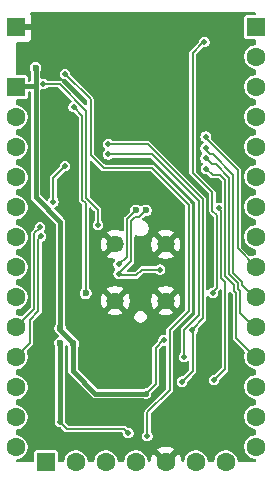
<source format=gbr>
%TF.GenerationSoftware,KiCad,Pcbnew,9.0.7-9.0.7~ubuntu22.04.1*%
%TF.CreationDate,2026-02-25T11:11:37-07:00*%
%TF.ProjectId,ESP32-S3-MINI-1U_UU,45535033-322d-4533-932d-4d494e492d31,rev?*%
%TF.SameCoordinates,Original*%
%TF.FileFunction,Copper,L2,Bot*%
%TF.FilePolarity,Positive*%
%FSLAX46Y46*%
G04 Gerber Fmt 4.6, Leading zero omitted, Abs format (unit mm)*
G04 Created by KiCad (PCBNEW 9.0.7-9.0.7~ubuntu22.04.1) date 2026-02-25 11:11:37*
%MOMM*%
%LPD*%
G01*
G04 APERTURE LIST*
%TA.AperFunction,ComponentPad*%
%ADD10R,1.600000X1.600000*%
%TD*%
%TA.AperFunction,ComponentPad*%
%ADD11C,1.600000*%
%TD*%
%TA.AperFunction,ComponentPad*%
%ADD12C,1.460000*%
%TD*%
%TA.AperFunction,ViaPad*%
%ADD13C,0.500000*%
%TD*%
%TA.AperFunction,ViaPad*%
%ADD14C,0.600000*%
%TD*%
%TA.AperFunction,Conductor*%
%ADD15C,0.150000*%
%TD*%
%TA.AperFunction,Conductor*%
%ADD16C,0.400000*%
%TD*%
%TA.AperFunction,Conductor*%
%ADD17C,0.200000*%
%TD*%
G04 APERTURE END LIST*
D10*
%TO.P,J1,1,1*%
%TO.N,IO16*%
X174780000Y-151100000D03*
D11*
%TO.P,J1,2,2*%
%TO.N,IO17*%
X177320000Y-151100000D03*
%TO.P,J1,3,3*%
%TO.N,IO18*%
X179860000Y-151100000D03*
%TO.P,J1,4,4*%
%TO.N,5V*%
X182400000Y-151100000D03*
%TO.P,J1,5,5*%
%TO.N,GND*%
X184940000Y-151100000D03*
%TO.P,J1,6,6*%
%TO.N,IO21*%
X187480000Y-151100000D03*
%TO.P,J1,7,7*%
%TO.N,IO26*%
X190020000Y-151100000D03*
%TD*%
D10*
%TO.P,J6,1,1*%
%TO.N,IO46*%
X192560000Y-114260000D03*
D11*
%TO.P,J6,2,2*%
%TO.N,IO45*%
X192560000Y-116800000D03*
%TO.P,J6,3,3*%
%TO.N,RX*%
X192560000Y-119340000D03*
%TO.P,J6,4,4*%
%TO.N,TX*%
X192560000Y-121880000D03*
%TO.P,J6,5,5*%
%TO.N,MTMS*%
X192560000Y-124420000D03*
%TO.P,J6,6,6*%
%TO.N,MTDI*%
X192560000Y-126960000D03*
%TO.P,J6,7,7*%
%TO.N,MTDO*%
X192560000Y-129500000D03*
%TO.P,J6,8,8*%
%TO.N,MTCK*%
X192560000Y-132040000D03*
%TO.P,J6,9,9*%
%TO.N,IO38*%
X192560000Y-134580000D03*
%TO.P,J6,10,10*%
%TO.N,IO37*%
X192560000Y-137120000D03*
%TO.P,J6,11,11*%
%TO.N,IO36*%
X192560000Y-139660000D03*
%TO.P,J6,12,12*%
%TO.N,IO35*%
X192560000Y-142200000D03*
%TO.P,J6,13,13*%
%TO.N,IO34*%
X192560000Y-144740000D03*
%TO.P,J6,14,14*%
%TO.N,IO33*%
X192560000Y-147280000D03*
%TO.P,J6,15,15*%
%TO.N,IO47*%
X192560000Y-149820000D03*
%TD*%
D10*
%TO.P,J5,1,1*%
%TO.N,3V3*%
X172240000Y-119360000D03*
D11*
%TO.P,J5,2,2*%
%TO.N,LED*%
X172240000Y-121900000D03*
%TO.P,J5,3,3*%
%TO.N,IO3*%
X172240000Y-124440000D03*
%TO.P,J5,4,4*%
%TO.N,IO4*%
X172240000Y-126980000D03*
%TO.P,J5,5,5*%
%TO.N,IO5*%
X172240000Y-129520000D03*
%TO.P,J5,6,6*%
%TO.N,IO6*%
X172240000Y-132060000D03*
%TO.P,J5,7,7*%
%TO.N,IO7*%
X172240000Y-134600000D03*
%TO.P,J5,8,8*%
%TO.N,IO10*%
X172240000Y-137140000D03*
%TO.P,J5,9,9*%
%TO.N,IO11*%
X172240000Y-139680000D03*
%TO.P,J5,10,10*%
%TO.N,IO12*%
X172240000Y-142220000D03*
%TO.P,J5,11,11*%
%TO.N,IO13*%
X172240000Y-144760000D03*
%TO.P,J5,12,12*%
%TO.N,IO14*%
X172240000Y-147300000D03*
%TO.P,J5,13,13*%
%TO.N,IO15*%
X172240000Y-149840000D03*
%TD*%
D10*
%TO.P,J4,1,1*%
%TO.N,GND*%
X172240000Y-114270000D03*
%TD*%
D12*
%TO.P,J2,MH1,MH1*%
%TO.N,GND*%
X180635000Y-137450000D03*
%TO.P,J2,MH2,MH2*%
X180635000Y-132650000D03*
%TO.P,J2,MH3,MH3*%
X184935000Y-132650000D03*
%TO.P,J2,MH4,MH4*%
X184935000Y-137450000D03*
%TD*%
D13*
%TO.N,GND*%
X180960000Y-125600000D03*
X176610000Y-145250000D03*
D14*
X178060000Y-142750000D03*
D13*
X188585000Y-132600000D03*
X183260000Y-144300000D03*
X184660000Y-142100000D03*
X189338768Y-143078768D03*
X176400000Y-116700000D03*
X186900000Y-115600000D03*
X186560000Y-149200000D03*
D14*
X180660000Y-139800000D03*
D13*
X190960000Y-149700000D03*
X178400000Y-138050000D03*
X179160000Y-126800000D03*
X179260000Y-123600000D03*
X189260000Y-137700000D03*
X184950000Y-130800000D03*
X190500000Y-113800000D03*
D14*
X184660000Y-139800000D03*
D13*
X178960000Y-149200000D03*
X185265857Y-135106111D03*
D14*
X181160000Y-141900000D03*
D13*
X177960000Y-140700000D03*
X190600000Y-117600000D03*
X176400000Y-123300000D03*
X186500000Y-126100000D03*
X180275535Y-134562351D03*
X189822000Y-147800000D03*
X189400000Y-128775000D03*
X182785000Y-133050000D03*
X176460000Y-126800000D03*
X182785000Y-137050000D03*
X177110000Y-133350000D03*
X180650000Y-130800000D03*
D14*
X188300000Y-122700000D03*
D13*
X188501000Y-145300000D03*
X185858768Y-141701232D03*
%TO.N,IO1*%
X176400000Y-118250000D03*
X183360000Y-148900000D03*
%TO.N,IO36*%
X188300000Y-125381823D03*
%TO.N,IO35*%
X188347135Y-126254671D03*
%TO.N,LED*%
X179200000Y-131040000D03*
X174560000Y-119100000D03*
%TO.N,IO37*%
X188300000Y-124550000D03*
%TO.N,3V3*%
X183260000Y-145300000D03*
X184735000Y-140800000D03*
D14*
X176000000Y-139775000D03*
X177075000Y-141050000D03*
X173900000Y-117700000D03*
D13*
%TO.N,SCL*%
X180060000Y-125050000D03*
X186460000Y-142212500D03*
%TO.N,SDA*%
X180060000Y-124200000D03*
X187188255Y-139963204D03*
X186300000Y-144300000D03*
%TO.N,D+*%
X184450000Y-134800000D03*
D14*
X183250000Y-129800000D03*
D13*
X180950000Y-135150000D03*
%TO.N,RGB*%
X189400000Y-129600000D03*
X189010000Y-144150000D03*
D14*
%TO.N,D-*%
X182400000Y-129800000D03*
D13*
X180950000Y-134375000D03*
D14*
%TO.N,Net-(S1-NO)*%
X178150000Y-136800000D03*
D13*
X177125000Y-121050000D03*
%TO.N,Net-(S2-NO)*%
X188200000Y-115550000D03*
X188900000Y-136800000D03*
%TO.N,IO12*%
X174349914Y-132000000D03*
%TO.N,IO11*%
X175400000Y-129050000D03*
X176400000Y-126050000D03*
X174276000Y-131200000D03*
%TO.N,IO38*%
X188300000Y-123550000D03*
%TO.N,V_USB*%
X175960000Y-147700000D03*
X181760000Y-148650002D03*
D14*
X176000000Y-141000000D03*
%TD*%
D15*
%TO.N,IO1*%
X185260000Y-145000000D02*
X185260000Y-139900000D01*
X183360000Y-146900000D02*
X185260000Y-145000000D01*
X183360000Y-148900000D02*
X183360000Y-146900000D01*
X176410000Y-118250000D02*
X176400000Y-118250000D01*
X178560000Y-125100000D02*
X178560000Y-120400000D01*
X185260000Y-139900000D02*
X186860000Y-138300000D01*
X186860000Y-138300000D02*
X186860000Y-129300000D01*
X186860000Y-129300000D02*
X183760000Y-126200000D01*
X183760000Y-126200000D02*
X179660000Y-126200000D01*
X178560000Y-120400000D02*
X176410000Y-118250000D01*
X179660000Y-126200000D02*
X178560000Y-125100000D01*
%TO.N,IO36*%
X191250000Y-136600000D02*
X191250000Y-138490000D01*
X191060000Y-135967777D02*
X191060000Y-136410000D01*
X188818177Y-125900000D02*
X189160000Y-125900000D01*
X190298000Y-135205777D02*
X191060000Y-135967777D01*
X190298000Y-127038000D02*
X190298000Y-135205777D01*
X192420000Y-139660000D02*
X192484000Y-139660000D01*
X191060000Y-136410000D02*
X191250000Y-136600000D01*
X189160000Y-125900000D02*
X190298000Y-127038000D01*
X188299488Y-125381311D02*
X188818177Y-125900000D01*
X191250000Y-138490000D02*
X192420000Y-139660000D01*
%TO.N,IO35*%
X190698000Y-136102166D02*
X190698000Y-136598000D01*
X189560000Y-126800000D02*
X189947000Y-127187000D01*
X190698000Y-136598000D02*
X190899000Y-136799000D01*
X189947000Y-127187000D02*
X189947000Y-135351165D01*
X190900000Y-138636388D02*
X190900000Y-140640000D01*
X190899000Y-136799000D02*
X190899000Y-138635389D01*
X190900000Y-140640000D02*
X192460000Y-142200000D01*
X190899000Y-138635389D02*
X190900000Y-138636388D01*
X188892464Y-126800000D02*
X189560000Y-126800000D01*
X189947000Y-135351165D02*
X190698000Y-136102166D01*
X188347135Y-126254671D02*
X188892464Y-126800000D01*
X192460000Y-142200000D02*
X192484000Y-142200000D01*
%TO.N,LED*%
X179200000Y-131040000D02*
X179200000Y-129736388D01*
X179200000Y-129736388D02*
X178209000Y-128745388D01*
X178209000Y-121359000D02*
X175950000Y-119100000D01*
X178209000Y-128745388D02*
X178209000Y-121359000D01*
X175950000Y-119100000D02*
X174651299Y-119100000D01*
%TO.N,IO37*%
X190649000Y-135060389D02*
X191411000Y-135822389D01*
X188710640Y-125050000D02*
X188900000Y-125050000D01*
X191411000Y-136131000D02*
X192400000Y-137120000D01*
X190649000Y-126799000D02*
X190649000Y-135060389D01*
X188343192Y-124682552D02*
X188710640Y-125050000D01*
X191411000Y-135822389D02*
X191411000Y-136131000D01*
X188900000Y-125050000D02*
X190649000Y-126799000D01*
X192400000Y-137120000D02*
X192484000Y-137120000D01*
D16*
%TO.N,3V3*%
X177075000Y-141050000D02*
X177075000Y-140982500D01*
X173900000Y-119300000D02*
X172592000Y-119300000D01*
X177075000Y-140982500D02*
X176000000Y-139907500D01*
X177075000Y-143415000D02*
X177075000Y-141050000D01*
X173900000Y-128640000D02*
X176000000Y-130740000D01*
X173900000Y-117700000D02*
X173900000Y-119300000D01*
X176000000Y-130740000D02*
X176000000Y-139775000D01*
X176000000Y-139907500D02*
X176000000Y-139775000D01*
X177075000Y-143415000D02*
X178960000Y-145300000D01*
D15*
X184060000Y-144500000D02*
X183260000Y-145300000D01*
D16*
X183260000Y-145300000D02*
X178960000Y-145300000D01*
D15*
X184735000Y-140800000D02*
X184685000Y-140800000D01*
X184685000Y-140800000D02*
X184060000Y-141425000D01*
D16*
X173900000Y-119349000D02*
X173900000Y-128649000D01*
D15*
X184060000Y-141425000D02*
X184060000Y-144500000D01*
D17*
%TO.N,SCL*%
X186386000Y-142100000D02*
X186400000Y-142086000D01*
D15*
X183753612Y-125050000D02*
X180060000Y-125050000D01*
X186460000Y-139900000D02*
X187709000Y-138651000D01*
X187709000Y-138651000D02*
X187709000Y-129005388D01*
X187709000Y-129005388D02*
X183753612Y-125050000D01*
X186460000Y-142026000D02*
X186460000Y-139900000D01*
%TO.N,SDA*%
X183400000Y-124200000D02*
X188060000Y-128860000D01*
X180060000Y-124200000D02*
X183400000Y-124200000D01*
D17*
X187200000Y-139951459D02*
X187200000Y-139800000D01*
D15*
X187200000Y-143400000D02*
X187200000Y-139800000D01*
X188060000Y-128860000D02*
X188060000Y-138940000D01*
X186300000Y-144300000D02*
X187200000Y-143400000D01*
D17*
X187188255Y-139963204D02*
X187200000Y-139951459D01*
D15*
X188060000Y-138940000D02*
X187200000Y-139800000D01*
%TO.N,D+*%
X182320388Y-130376000D02*
X182001000Y-130695388D01*
X182400000Y-135300000D02*
X182900000Y-134800000D01*
X182400000Y-135300000D02*
X181132537Y-135300000D01*
X182001000Y-130695388D02*
X182001000Y-134093967D01*
X183250000Y-129800000D02*
X183214588Y-129800000D01*
X182001000Y-134093967D02*
X180963752Y-135131215D01*
X182900000Y-134800000D02*
X184450000Y-134800000D01*
X183214588Y-129800000D02*
X182638588Y-130376000D01*
X181132537Y-135300000D02*
X180963752Y-135131215D01*
X182638588Y-130376000D02*
X182320388Y-130376000D01*
%TO.N,RGB*%
X189960000Y-143200000D02*
X189960000Y-135860554D01*
X189595999Y-135496552D02*
X189596000Y-129871000D01*
X189010000Y-144150000D02*
X189960000Y-143200000D01*
X189960000Y-135860554D02*
X189595999Y-135496552D01*
X189596000Y-129871000D02*
X189426000Y-129701000D01*
%TO.N,D-*%
X181650000Y-133700000D02*
X181650000Y-130550000D01*
X180950000Y-134375000D02*
X180975000Y-134375000D01*
X180975000Y-134375000D02*
X181650000Y-133700000D01*
X181650000Y-130550000D02*
X182400000Y-129800000D01*
%TO.N,Net-(S1-NO)*%
X177125000Y-121050000D02*
X177125000Y-121065000D01*
X177125000Y-121065000D02*
X177858000Y-121798000D01*
X177858000Y-121798000D02*
X177858000Y-128890777D01*
X178150000Y-129182776D02*
X178150000Y-136800000D01*
X177858000Y-128890777D02*
X178150000Y-129182776D01*
D17*
%TO.N,Net-(S2-NO)*%
X188150000Y-115651000D02*
X188200000Y-115601000D01*
D15*
X187200000Y-116451000D02*
X188000000Y-115651000D01*
X188900000Y-136700000D02*
X189260000Y-136340000D01*
X187200000Y-126600000D02*
X187200000Y-116451000D01*
X189245000Y-130188877D02*
X188874000Y-129817877D01*
X189260000Y-135656942D02*
X189244999Y-135641940D01*
X188900000Y-136800000D02*
X188900000Y-136700000D01*
X189244999Y-135641940D02*
X189245000Y-130188877D01*
D17*
X188150000Y-115550000D02*
X188201000Y-115601000D01*
D15*
X188874000Y-129817877D02*
X188874000Y-128274000D01*
X188874000Y-128274000D02*
X187200000Y-126600000D01*
X189260000Y-136340000D02*
X189260000Y-135656942D01*
%TO.N,IO12*%
X174151000Y-132249000D02*
X174151000Y-138349000D01*
X173400000Y-139100000D02*
X173400000Y-141050000D01*
X174336172Y-132063829D02*
X174151000Y-132249000D01*
X172316000Y-142134000D02*
X172316000Y-142210000D01*
X173400000Y-141050000D02*
X172316000Y-142134000D01*
X174151000Y-138349000D02*
X173400000Y-139100000D01*
%TO.N,IO11*%
X174276000Y-131200000D02*
X174276000Y-131252604D01*
X175400000Y-127050000D02*
X176400000Y-126050000D01*
X173800000Y-131728604D02*
X173800000Y-138110000D01*
X174276000Y-131252604D02*
X173800000Y-131728604D01*
X175400000Y-129050000D02*
X175400000Y-127050000D01*
X173800000Y-138110000D02*
X172316000Y-139594000D01*
%TO.N,IO38*%
X188300000Y-123550000D02*
X188300000Y-123640000D01*
X191000000Y-133020000D02*
X192484000Y-134504000D01*
X191000000Y-126340000D02*
X191000000Y-133020000D01*
X188300000Y-123640000D02*
X191000000Y-126340000D01*
%TO.N,V_USB*%
X181710002Y-148650002D02*
X181360000Y-148300000D01*
D16*
X175960000Y-147700000D02*
X175960000Y-141040000D01*
D15*
X181760000Y-148650002D02*
X181710002Y-148650002D01*
X181360000Y-148300000D02*
X176560000Y-148300000D01*
D16*
X175960000Y-141040000D02*
X176000000Y-141000000D01*
D15*
X176560000Y-148300000D02*
X175960000Y-147700000D01*
%TD*%
%TA.AperFunction,Conductor*%
%TO.N,GND*%
G36*
X192502539Y-113020185D02*
G01*
X192548294Y-113072989D01*
X192559500Y-113124500D01*
X192559500Y-113135500D01*
X192539815Y-113202539D01*
X192487011Y-113248294D01*
X192435500Y-113259500D01*
X191740247Y-113259500D01*
X191681770Y-113271131D01*
X191681769Y-113271132D01*
X191615447Y-113315447D01*
X191571132Y-113381769D01*
X191571131Y-113381770D01*
X191559500Y-113440247D01*
X191559500Y-115079752D01*
X191571131Y-115138229D01*
X191571132Y-115138230D01*
X191615447Y-115204552D01*
X191681769Y-115248867D01*
X191681770Y-115248868D01*
X191740247Y-115260499D01*
X191740250Y-115260500D01*
X191740252Y-115260500D01*
X192435500Y-115260500D01*
X192502539Y-115280185D01*
X192548294Y-115332989D01*
X192559500Y-115384500D01*
X192559500Y-115678234D01*
X192539815Y-115745273D01*
X192487011Y-115791028D01*
X192459692Y-115799851D01*
X192268170Y-115837947D01*
X192268160Y-115837950D01*
X192086092Y-115913364D01*
X192086079Y-115913371D01*
X191922218Y-116022860D01*
X191922214Y-116022863D01*
X191782863Y-116162214D01*
X191782860Y-116162218D01*
X191673371Y-116326079D01*
X191673364Y-116326092D01*
X191597950Y-116508160D01*
X191597947Y-116508170D01*
X191559500Y-116701456D01*
X191559500Y-116701459D01*
X191559500Y-116898541D01*
X191559500Y-116898543D01*
X191559499Y-116898543D01*
X191597947Y-117091829D01*
X191597950Y-117091839D01*
X191673364Y-117273907D01*
X191673371Y-117273920D01*
X191782860Y-117437781D01*
X191782863Y-117437785D01*
X191922214Y-117577136D01*
X191922218Y-117577139D01*
X192086079Y-117686628D01*
X192086092Y-117686635D01*
X192268160Y-117762049D01*
X192268165Y-117762051D01*
X192459691Y-117800148D01*
X192521602Y-117832533D01*
X192556176Y-117893248D01*
X192559500Y-117921765D01*
X192559500Y-118218234D01*
X192539815Y-118285273D01*
X192487011Y-118331028D01*
X192459692Y-118339851D01*
X192268170Y-118377947D01*
X192268160Y-118377950D01*
X192086092Y-118453364D01*
X192086079Y-118453371D01*
X191922218Y-118562860D01*
X191922214Y-118562863D01*
X191782863Y-118702214D01*
X191782860Y-118702218D01*
X191673371Y-118866079D01*
X191673364Y-118866092D01*
X191597950Y-119048160D01*
X191597947Y-119048170D01*
X191559500Y-119241456D01*
X191559500Y-119241459D01*
X191559500Y-119438541D01*
X191559500Y-119438543D01*
X191559499Y-119438543D01*
X191597947Y-119631829D01*
X191597950Y-119631839D01*
X191673364Y-119813907D01*
X191673371Y-119813920D01*
X191782860Y-119977781D01*
X191782863Y-119977785D01*
X191922214Y-120117136D01*
X191922218Y-120117139D01*
X192086079Y-120226628D01*
X192086092Y-120226635D01*
X192177049Y-120264310D01*
X192268165Y-120302051D01*
X192459691Y-120340148D01*
X192521602Y-120372533D01*
X192556176Y-120433248D01*
X192559500Y-120461765D01*
X192559500Y-120758234D01*
X192539815Y-120825273D01*
X192487011Y-120871028D01*
X192459692Y-120879851D01*
X192268170Y-120917947D01*
X192268160Y-120917950D01*
X192086092Y-120993364D01*
X192086079Y-120993371D01*
X191922218Y-121102860D01*
X191922214Y-121102863D01*
X191782863Y-121242214D01*
X191782860Y-121242218D01*
X191673371Y-121406079D01*
X191673364Y-121406092D01*
X191597950Y-121588160D01*
X191597947Y-121588170D01*
X191559500Y-121781456D01*
X191559500Y-121781459D01*
X191559500Y-121978541D01*
X191559500Y-121978543D01*
X191559499Y-121978543D01*
X191597947Y-122171829D01*
X191597950Y-122171839D01*
X191673364Y-122353907D01*
X191673371Y-122353920D01*
X191782860Y-122517781D01*
X191782863Y-122517785D01*
X191922214Y-122657136D01*
X191922218Y-122657139D01*
X192086079Y-122766628D01*
X192086092Y-122766635D01*
X192268160Y-122842049D01*
X192268165Y-122842051D01*
X192459691Y-122880148D01*
X192521602Y-122912533D01*
X192556176Y-122973248D01*
X192559500Y-123001765D01*
X192559500Y-123298234D01*
X192539815Y-123365273D01*
X192487011Y-123411028D01*
X192459692Y-123419851D01*
X192268170Y-123457947D01*
X192268160Y-123457950D01*
X192086092Y-123533364D01*
X192086079Y-123533371D01*
X191922218Y-123642860D01*
X191922214Y-123642863D01*
X191782863Y-123782214D01*
X191782860Y-123782218D01*
X191673371Y-123946079D01*
X191673364Y-123946092D01*
X191597950Y-124128160D01*
X191597947Y-124128170D01*
X191559500Y-124321456D01*
X191559500Y-124321459D01*
X191559500Y-124518541D01*
X191559500Y-124518543D01*
X191559499Y-124518543D01*
X191597947Y-124711829D01*
X191597950Y-124711839D01*
X191673364Y-124893907D01*
X191673371Y-124893920D01*
X191782860Y-125057781D01*
X191782863Y-125057785D01*
X191922214Y-125197136D01*
X191922218Y-125197139D01*
X192086079Y-125306628D01*
X192086092Y-125306635D01*
X192219320Y-125361819D01*
X192268165Y-125382051D01*
X192459691Y-125420148D01*
X192521602Y-125452533D01*
X192556176Y-125513248D01*
X192559500Y-125541765D01*
X192559500Y-125838234D01*
X192539815Y-125905273D01*
X192487011Y-125951028D01*
X192459692Y-125959851D01*
X192268170Y-125997947D01*
X192268160Y-125997950D01*
X192086092Y-126073364D01*
X192086079Y-126073371D01*
X191922218Y-126182860D01*
X191922214Y-126182863D01*
X191782863Y-126322214D01*
X191782860Y-126322218D01*
X191673371Y-126486079D01*
X191673364Y-126486092D01*
X191597950Y-126668160D01*
X191597947Y-126668170D01*
X191559500Y-126861456D01*
X191559500Y-126861459D01*
X191559500Y-127058541D01*
X191559500Y-127058543D01*
X191559499Y-127058543D01*
X191597947Y-127251829D01*
X191597950Y-127251839D01*
X191673364Y-127433907D01*
X191673371Y-127433920D01*
X191782860Y-127597781D01*
X191782863Y-127597785D01*
X191922214Y-127737136D01*
X191922218Y-127737139D01*
X192086079Y-127846628D01*
X192086092Y-127846635D01*
X192268160Y-127922049D01*
X192268165Y-127922051D01*
X192459691Y-127960148D01*
X192521602Y-127992533D01*
X192556176Y-128053248D01*
X192559500Y-128081765D01*
X192559500Y-128378234D01*
X192539815Y-128445273D01*
X192487011Y-128491028D01*
X192459692Y-128499851D01*
X192268170Y-128537947D01*
X192268160Y-128537950D01*
X192086092Y-128613364D01*
X192086079Y-128613371D01*
X191922218Y-128722860D01*
X191922214Y-128722863D01*
X191782863Y-128862214D01*
X191782860Y-128862218D01*
X191673371Y-129026079D01*
X191673364Y-129026092D01*
X191597950Y-129208160D01*
X191597947Y-129208170D01*
X191559500Y-129401456D01*
X191559500Y-129401459D01*
X191559500Y-129598541D01*
X191559500Y-129598543D01*
X191559499Y-129598543D01*
X191597947Y-129791829D01*
X191597950Y-129791839D01*
X191673364Y-129973907D01*
X191673371Y-129973920D01*
X191782860Y-130137781D01*
X191782863Y-130137785D01*
X191922214Y-130277136D01*
X191922218Y-130277139D01*
X192086079Y-130386628D01*
X192086092Y-130386635D01*
X192266762Y-130461470D01*
X192268165Y-130462051D01*
X192459691Y-130500148D01*
X192521602Y-130532533D01*
X192556176Y-130593248D01*
X192559500Y-130621765D01*
X192559500Y-130918234D01*
X192539815Y-130985273D01*
X192487011Y-131031028D01*
X192459692Y-131039851D01*
X192268170Y-131077947D01*
X192268160Y-131077950D01*
X192086092Y-131153364D01*
X192086079Y-131153371D01*
X191922218Y-131262860D01*
X191922214Y-131262863D01*
X191782863Y-131402214D01*
X191782860Y-131402218D01*
X191673371Y-131566079D01*
X191673364Y-131566092D01*
X191597950Y-131748160D01*
X191597947Y-131748170D01*
X191559500Y-131941456D01*
X191559500Y-131941459D01*
X191559500Y-132138541D01*
X191559500Y-132138543D01*
X191559499Y-132138543D01*
X191597947Y-132331829D01*
X191597950Y-132331839D01*
X191673364Y-132513907D01*
X191673371Y-132513920D01*
X191782860Y-132677781D01*
X191782863Y-132677785D01*
X191922214Y-132817136D01*
X191922218Y-132817139D01*
X192086079Y-132926628D01*
X192086092Y-132926635D01*
X192268160Y-133002049D01*
X192268165Y-133002051D01*
X192459691Y-133040148D01*
X192521602Y-133072533D01*
X192556176Y-133133248D01*
X192559500Y-133161765D01*
X192559500Y-133458234D01*
X192539815Y-133525273D01*
X192487011Y-133571028D01*
X192459692Y-133579851D01*
X192268170Y-133617947D01*
X192268165Y-133617949D01*
X192146294Y-133668428D01*
X192076825Y-133675895D01*
X192014346Y-133644620D01*
X192011162Y-133641547D01*
X191311819Y-132942204D01*
X191278334Y-132880881D01*
X191275500Y-132854523D01*
X191275500Y-126285201D01*
X191275499Y-126285198D01*
X191250103Y-126223886D01*
X191250103Y-126223885D01*
X191233560Y-126183947D01*
X191233558Y-126183942D01*
X188781769Y-123732154D01*
X188748285Y-123670832D01*
X188749558Y-123617381D01*
X188749439Y-123617366D01*
X188749585Y-123616253D01*
X188749677Y-123612376D01*
X188750500Y-123609309D01*
X188750500Y-123490691D01*
X188719799Y-123376114D01*
X188660489Y-123273387D01*
X188576613Y-123189511D01*
X188473886Y-123130201D01*
X188359309Y-123099500D01*
X188240691Y-123099500D01*
X188126114Y-123130201D01*
X188126112Y-123130201D01*
X188126112Y-123130202D01*
X188023387Y-123189511D01*
X188023384Y-123189513D01*
X187939513Y-123273384D01*
X187939511Y-123273387D01*
X187880201Y-123376114D01*
X187849500Y-123490691D01*
X187849500Y-123609309D01*
X187880201Y-123723886D01*
X187939511Y-123826613D01*
X188023387Y-123910489D01*
X188079027Y-123942613D01*
X188127242Y-123993181D01*
X188140464Y-124061788D01*
X188114496Y-124126653D01*
X188079027Y-124157387D01*
X188023387Y-124189511D01*
X188023384Y-124189513D01*
X187939513Y-124273384D01*
X187939511Y-124273387D01*
X187880201Y-124376114D01*
X187849500Y-124490691D01*
X187849500Y-124609309D01*
X187880201Y-124723886D01*
X187939511Y-124826613D01*
X187939513Y-124826615D01*
X187991128Y-124878230D01*
X188024613Y-124939553D01*
X188019629Y-125009245D01*
X187991129Y-125053591D01*
X187939514Y-125105206D01*
X187939511Y-125105210D01*
X187880201Y-125207937D01*
X187849500Y-125322514D01*
X187849500Y-125441132D01*
X187880201Y-125555709D01*
X187939511Y-125658436D01*
X188023387Y-125742312D01*
X188023393Y-125742315D01*
X188023808Y-125742634D01*
X188024076Y-125743001D01*
X188029134Y-125748059D01*
X188028345Y-125748847D01*
X188065014Y-125799060D01*
X188069173Y-125868805D01*
X188036009Y-125928694D01*
X187986649Y-125978054D01*
X187986646Y-125978058D01*
X187931617Y-126073371D01*
X187927336Y-126080785D01*
X187896635Y-126195362D01*
X187896635Y-126313980D01*
X187927336Y-126428557D01*
X187986646Y-126531284D01*
X188070522Y-126615160D01*
X188173249Y-126674470D01*
X188287826Y-126705171D01*
X188287829Y-126705171D01*
X188356657Y-126705171D01*
X188423696Y-126724856D01*
X188444338Y-126741490D01*
X188736408Y-127033560D01*
X188814721Y-127065997D01*
X188837664Y-127075500D01*
X188947264Y-127075500D01*
X189394523Y-127075500D01*
X189423963Y-127084144D01*
X189453950Y-127090668D01*
X189458965Y-127094422D01*
X189461562Y-127095185D01*
X189482204Y-127111819D01*
X189635181Y-127264796D01*
X189668666Y-127326119D01*
X189671500Y-127352477D01*
X189671500Y-129044756D01*
X189651815Y-129111795D01*
X189599011Y-129157550D01*
X189529853Y-129167494D01*
X189515408Y-129164531D01*
X189459310Y-129149500D01*
X189459309Y-129149500D01*
X189340691Y-129149500D01*
X189340686Y-129149500D01*
X189305591Y-129158904D01*
X189235741Y-129157240D01*
X189177880Y-129118077D01*
X189150377Y-129053848D01*
X189149500Y-129039129D01*
X189149500Y-128219201D01*
X189149498Y-128219196D01*
X189107560Y-128117944D01*
X187511819Y-126522203D01*
X187478334Y-126460880D01*
X187475500Y-126434522D01*
X187475500Y-116616476D01*
X187495185Y-116549437D01*
X187511815Y-116528799D01*
X188010747Y-116029866D01*
X188072068Y-115996383D01*
X188130521Y-115997775D01*
X188134709Y-115998897D01*
X188140691Y-116000500D01*
X188140692Y-116000500D01*
X188259306Y-116000500D01*
X188259309Y-116000500D01*
X188373886Y-115969799D01*
X188476613Y-115910489D01*
X188560489Y-115826613D01*
X188619799Y-115723886D01*
X188650500Y-115609309D01*
X188650500Y-115490691D01*
X188619799Y-115376114D01*
X188560489Y-115273387D01*
X188476613Y-115189511D01*
X188373886Y-115130201D01*
X188259309Y-115099500D01*
X188140691Y-115099500D01*
X188026114Y-115130201D01*
X188026112Y-115130201D01*
X188026112Y-115130202D01*
X187923387Y-115189511D01*
X187923384Y-115189513D01*
X187839513Y-115273384D01*
X187839511Y-115273387D01*
X187780201Y-115376112D01*
X187750342Y-115487549D01*
X187718248Y-115543136D01*
X187043942Y-116217443D01*
X186966444Y-116294940D01*
X186966443Y-116294941D01*
X186966443Y-116294942D01*
X186924500Y-116396200D01*
X186924500Y-126654800D01*
X186966443Y-126756058D01*
X186966444Y-126756059D01*
X188562181Y-128351796D01*
X188595666Y-128413119D01*
X188598500Y-128439477D01*
X188598500Y-129872677D01*
X188638791Y-129969946D01*
X188638789Y-129969946D01*
X188638793Y-129969951D01*
X188640443Y-129973935D01*
X188640444Y-129973937D01*
X188933180Y-130266673D01*
X188966665Y-130327996D01*
X188969499Y-130354354D01*
X188969499Y-135652610D01*
X188969498Y-135696731D01*
X188969499Y-135696733D01*
X188969499Y-135696740D01*
X188971549Y-135701691D01*
X188971550Y-135701694D01*
X188975058Y-135710161D01*
X188984500Y-135757621D01*
X188984500Y-136174523D01*
X188964815Y-136241562D01*
X188948180Y-136262205D01*
X188891769Y-136318615D01*
X188836183Y-136350708D01*
X188726112Y-136380201D01*
X188623387Y-136439511D01*
X188623384Y-136439513D01*
X188547181Y-136515717D01*
X188485858Y-136549202D01*
X188416166Y-136544218D01*
X188360233Y-136502346D01*
X188335816Y-136436882D01*
X188335500Y-136428036D01*
X188335500Y-128805201D01*
X188335500Y-128805200D01*
X188293557Y-128703942D01*
X188293557Y-128703941D01*
X183556058Y-123966443D01*
X183526228Y-123954087D01*
X183526225Y-123954085D01*
X183526224Y-123954085D01*
X183454802Y-123924500D01*
X183454800Y-123924500D01*
X180472964Y-123924500D01*
X180405925Y-123904815D01*
X180385283Y-123888181D01*
X180336615Y-123839513D01*
X180336613Y-123839511D01*
X180233886Y-123780201D01*
X180119309Y-123749500D01*
X180000691Y-123749500D01*
X179886114Y-123780201D01*
X179886112Y-123780201D01*
X179886112Y-123780202D01*
X179783387Y-123839511D01*
X179783384Y-123839513D01*
X179699513Y-123923384D01*
X179699511Y-123923387D01*
X179674863Y-123966079D01*
X179640201Y-124026114D01*
X179609500Y-124140691D01*
X179609500Y-124259309D01*
X179640201Y-124373886D01*
X179699511Y-124476613D01*
X179699513Y-124476615D01*
X179760217Y-124537319D01*
X179793702Y-124598642D01*
X179788718Y-124668334D01*
X179760217Y-124712681D01*
X179699513Y-124773384D01*
X179699511Y-124773387D01*
X179668780Y-124826615D01*
X179640201Y-124876114D01*
X179609500Y-124990691D01*
X179609500Y-125109309D01*
X179640201Y-125223886D01*
X179699511Y-125326613D01*
X179783387Y-125410489D01*
X179886114Y-125469799D01*
X180000691Y-125500500D01*
X180000694Y-125500500D01*
X180119306Y-125500500D01*
X180119309Y-125500500D01*
X180233886Y-125469799D01*
X180336613Y-125410489D01*
X180385283Y-125361819D01*
X180446606Y-125328334D01*
X180472964Y-125325500D01*
X183588135Y-125325500D01*
X183655174Y-125345185D01*
X183675816Y-125361819D01*
X187397181Y-129083184D01*
X187430666Y-129144507D01*
X187433500Y-129170865D01*
X187433500Y-138485522D01*
X187413815Y-138552561D01*
X187397181Y-138573203D01*
X186303942Y-139666443D01*
X186226444Y-139743940D01*
X186184500Y-139845199D01*
X186184500Y-141799536D01*
X186164815Y-141866575D01*
X186148181Y-141887217D01*
X186099513Y-141935884D01*
X186099511Y-141935887D01*
X186040201Y-142038614D01*
X186009500Y-142153191D01*
X186009500Y-142271809D01*
X186040201Y-142386386D01*
X186099511Y-142489113D01*
X186183387Y-142572989D01*
X186286114Y-142632299D01*
X186400691Y-142663000D01*
X186400694Y-142663000D01*
X186519306Y-142663000D01*
X186519309Y-142663000D01*
X186633886Y-142632299D01*
X186633888Y-142632297D01*
X186633890Y-142632297D01*
X186633891Y-142632296D01*
X186738499Y-142571900D01*
X186806399Y-142555426D01*
X186872426Y-142578278D01*
X186915617Y-142633199D01*
X186924500Y-142679286D01*
X186924500Y-143234521D01*
X186904815Y-143301560D01*
X186888181Y-143322202D01*
X186397202Y-143813181D01*
X186335879Y-143846666D01*
X186309521Y-143849500D01*
X186240691Y-143849500D01*
X186126114Y-143880201D01*
X186126112Y-143880201D01*
X186126112Y-143880202D01*
X186023387Y-143939511D01*
X186023384Y-143939513D01*
X185939513Y-144023384D01*
X185939511Y-144023387D01*
X185900652Y-144090693D01*
X185880201Y-144126114D01*
X185849500Y-144240691D01*
X185849500Y-144359309D01*
X185880201Y-144473886D01*
X185939511Y-144576613D01*
X186023387Y-144660489D01*
X186126114Y-144719799D01*
X186240691Y-144750500D01*
X186240694Y-144750500D01*
X186359306Y-144750500D01*
X186359309Y-144750500D01*
X186473886Y-144719799D01*
X186576613Y-144660489D01*
X186660489Y-144576613D01*
X186719799Y-144473886D01*
X186750500Y-144359309D01*
X186750500Y-144290477D01*
X186770185Y-144223438D01*
X186786819Y-144202796D01*
X187109414Y-143880202D01*
X187433557Y-143556059D01*
X187445841Y-143526400D01*
X187475500Y-143454800D01*
X187475500Y-140364423D01*
X187495185Y-140297384D01*
X187511819Y-140276742D01*
X187548744Y-140239817D01*
X187608054Y-140137090D01*
X187638755Y-140022513D01*
X187638755Y-139903895D01*
X187624943Y-139852348D01*
X187626606Y-139782501D01*
X187657035Y-139732578D01*
X188293558Y-139096058D01*
X188293558Y-139096056D01*
X188293560Y-139096055D01*
X188326389Y-139016796D01*
X188335500Y-138994800D01*
X188335500Y-138885200D01*
X188335500Y-137171964D01*
X188355185Y-137104925D01*
X188407989Y-137059170D01*
X188477147Y-137049226D01*
X188540703Y-137078251D01*
X188547181Y-137084283D01*
X188623387Y-137160489D01*
X188726114Y-137219799D01*
X188840691Y-137250500D01*
X188840694Y-137250500D01*
X188959306Y-137250500D01*
X188959309Y-137250500D01*
X189073886Y-137219799D01*
X189176613Y-137160489D01*
X189260489Y-137076613D01*
X189319799Y-136973886D01*
X189350500Y-136859309D01*
X189350500Y-136740691D01*
X189347563Y-136729730D01*
X189349226Y-136659884D01*
X189379657Y-136609958D01*
X189472819Y-136516796D01*
X189534142Y-136483311D01*
X189603834Y-136488295D01*
X189659767Y-136530167D01*
X189684184Y-136595631D01*
X189684500Y-136604477D01*
X189684500Y-143034522D01*
X189664815Y-143101561D01*
X189648181Y-143122203D01*
X189107203Y-143663181D01*
X189045880Y-143696666D01*
X189019522Y-143699500D01*
X188950691Y-143699500D01*
X188836114Y-143730201D01*
X188836112Y-143730201D01*
X188836112Y-143730202D01*
X188733387Y-143789511D01*
X188733384Y-143789513D01*
X188649513Y-143873384D01*
X188649511Y-143873387D01*
X188597852Y-143962863D01*
X188590201Y-143976114D01*
X188559500Y-144090691D01*
X188559500Y-144209309D01*
X188590201Y-144323886D01*
X188649511Y-144426613D01*
X188733387Y-144510489D01*
X188836114Y-144569799D01*
X188950691Y-144600500D01*
X188950694Y-144600500D01*
X189069306Y-144600500D01*
X189069309Y-144600500D01*
X189183886Y-144569799D01*
X189286613Y-144510489D01*
X189370489Y-144426613D01*
X189429799Y-144323886D01*
X189460500Y-144209309D01*
X189460500Y-144140476D01*
X189480185Y-144073437D01*
X189496819Y-144052795D01*
X190193555Y-143356060D01*
X190193555Y-143356059D01*
X190193557Y-143356058D01*
X190235500Y-143254800D01*
X190235500Y-136820194D01*
X190255185Y-136753155D01*
X190307989Y-136707400D01*
X190377147Y-136697456D01*
X190440703Y-136726481D01*
X190448492Y-136733844D01*
X190461714Y-136747470D01*
X190464443Y-136754058D01*
X190587838Y-136877453D01*
X190588492Y-136878127D01*
X190604349Y-136908236D01*
X190620666Y-136938118D01*
X190620814Y-136939500D01*
X190621050Y-136939947D01*
X190620966Y-136940911D01*
X190623500Y-136964477D01*
X190623500Y-138568529D01*
X190623467Y-138568869D01*
X190623500Y-138634530D01*
X190623500Y-138697922D01*
X190624500Y-138707705D01*
X190624500Y-140694802D01*
X190649058Y-140754088D01*
X190649057Y-140754088D01*
X190666441Y-140796055D01*
X190666444Y-140796059D01*
X191592258Y-141721873D01*
X191625743Y-141783196D01*
X191620759Y-141852888D01*
X191619139Y-141857003D01*
X191597950Y-141908159D01*
X191597947Y-141908171D01*
X191559500Y-142101456D01*
X191559500Y-142101459D01*
X191559500Y-142298541D01*
X191559500Y-142298543D01*
X191559499Y-142298543D01*
X191597947Y-142491829D01*
X191597950Y-142491839D01*
X191673364Y-142673907D01*
X191673371Y-142673920D01*
X191782860Y-142837781D01*
X191782863Y-142837785D01*
X191922214Y-142977136D01*
X191922218Y-142977139D01*
X192086079Y-143086628D01*
X192086092Y-143086635D01*
X192268160Y-143162049D01*
X192268165Y-143162051D01*
X192459691Y-143200148D01*
X192521602Y-143232533D01*
X192556176Y-143293248D01*
X192559500Y-143321765D01*
X192559500Y-143618234D01*
X192539815Y-143685273D01*
X192487011Y-143731028D01*
X192459692Y-143739851D01*
X192268170Y-143777947D01*
X192268160Y-143777950D01*
X192086092Y-143853364D01*
X192086079Y-143853371D01*
X191922218Y-143962860D01*
X191922214Y-143962863D01*
X191782863Y-144102214D01*
X191782860Y-144102218D01*
X191673371Y-144266079D01*
X191673364Y-144266092D01*
X191597950Y-144448160D01*
X191597947Y-144448170D01*
X191559500Y-144641456D01*
X191559500Y-144641459D01*
X191559500Y-144838541D01*
X191559500Y-144838543D01*
X191559499Y-144838543D01*
X191597947Y-145031829D01*
X191597950Y-145031839D01*
X191673364Y-145213907D01*
X191673371Y-145213920D01*
X191782860Y-145377781D01*
X191782863Y-145377785D01*
X191922214Y-145517136D01*
X191922218Y-145517139D01*
X192086079Y-145626628D01*
X192086092Y-145626635D01*
X192264423Y-145700501D01*
X192268165Y-145702051D01*
X192459691Y-145740148D01*
X192521602Y-145772533D01*
X192556176Y-145833248D01*
X192559500Y-145861765D01*
X192559500Y-146158234D01*
X192539815Y-146225273D01*
X192487011Y-146271028D01*
X192459692Y-146279851D01*
X192268170Y-146317947D01*
X192268160Y-146317950D01*
X192086092Y-146393364D01*
X192086079Y-146393371D01*
X191922218Y-146502860D01*
X191922214Y-146502863D01*
X191782863Y-146642214D01*
X191782860Y-146642218D01*
X191673371Y-146806079D01*
X191673364Y-146806092D01*
X191597950Y-146988160D01*
X191597947Y-146988170D01*
X191559500Y-147181456D01*
X191559500Y-147181459D01*
X191559500Y-147378541D01*
X191559500Y-147378543D01*
X191559499Y-147378543D01*
X191597947Y-147571829D01*
X191597950Y-147571839D01*
X191673364Y-147753907D01*
X191673371Y-147753920D01*
X191782860Y-147917781D01*
X191782863Y-147917785D01*
X191922214Y-148057136D01*
X191922218Y-148057139D01*
X192086079Y-148166628D01*
X192086092Y-148166635D01*
X192268160Y-148242049D01*
X192268165Y-148242051D01*
X192459691Y-148280148D01*
X192521602Y-148312533D01*
X192556176Y-148373248D01*
X192559500Y-148401765D01*
X192559500Y-148698234D01*
X192539815Y-148765273D01*
X192487011Y-148811028D01*
X192459692Y-148819851D01*
X192268170Y-148857947D01*
X192268160Y-148857950D01*
X192086092Y-148933364D01*
X192086079Y-148933371D01*
X191922218Y-149042860D01*
X191922214Y-149042863D01*
X191782863Y-149182214D01*
X191782860Y-149182218D01*
X191673371Y-149346079D01*
X191673364Y-149346092D01*
X191597950Y-149528160D01*
X191597947Y-149528170D01*
X191559500Y-149721456D01*
X191559500Y-149721459D01*
X191559500Y-149918541D01*
X191559500Y-149918543D01*
X191559499Y-149918543D01*
X191597947Y-150111829D01*
X191597950Y-150111839D01*
X191673364Y-150293907D01*
X191673371Y-150293920D01*
X191782860Y-150457781D01*
X191782863Y-150457785D01*
X191922214Y-150597136D01*
X191922218Y-150597139D01*
X192086079Y-150706628D01*
X192086092Y-150706635D01*
X192182206Y-150746446D01*
X192268165Y-150782051D01*
X192459691Y-150820148D01*
X192487814Y-150834858D01*
X192516703Y-150848052D01*
X192518560Y-150850941D01*
X192521602Y-150852533D01*
X192537308Y-150880115D01*
X192554477Y-150906830D01*
X192555137Y-150911424D01*
X192556176Y-150913248D01*
X192559500Y-150941765D01*
X192559500Y-150975500D01*
X192539815Y-151042539D01*
X192487011Y-151088294D01*
X192435500Y-151099500D01*
X191141766Y-151099500D01*
X191074727Y-151079815D01*
X191028972Y-151027011D01*
X191020149Y-150999692D01*
X190982052Y-150808170D01*
X190982051Y-150808169D01*
X190982051Y-150808165D01*
X190971234Y-150782051D01*
X190906635Y-150626092D01*
X190906628Y-150626079D01*
X190797139Y-150462218D01*
X190797136Y-150462214D01*
X190657785Y-150322863D01*
X190657781Y-150322860D01*
X190493920Y-150213371D01*
X190493907Y-150213364D01*
X190311839Y-150137950D01*
X190311829Y-150137947D01*
X190118543Y-150099500D01*
X190118541Y-150099500D01*
X189921459Y-150099500D01*
X189921457Y-150099500D01*
X189728170Y-150137947D01*
X189728160Y-150137950D01*
X189546092Y-150213364D01*
X189546079Y-150213371D01*
X189382218Y-150322860D01*
X189382214Y-150322863D01*
X189242863Y-150462214D01*
X189242860Y-150462218D01*
X189133371Y-150626079D01*
X189133364Y-150626092D01*
X189057950Y-150808160D01*
X189057947Y-150808170D01*
X189019851Y-150999692D01*
X188987466Y-151061603D01*
X188926750Y-151096177D01*
X188898234Y-151099500D01*
X188601766Y-151099500D01*
X188534727Y-151079815D01*
X188488972Y-151027011D01*
X188480149Y-150999692D01*
X188442052Y-150808170D01*
X188442051Y-150808169D01*
X188442051Y-150808165D01*
X188431234Y-150782051D01*
X188366635Y-150626092D01*
X188366628Y-150626079D01*
X188257139Y-150462218D01*
X188257136Y-150462214D01*
X188117785Y-150322863D01*
X188117781Y-150322860D01*
X187953920Y-150213371D01*
X187953907Y-150213364D01*
X187771839Y-150137950D01*
X187771829Y-150137947D01*
X187578543Y-150099500D01*
X187578541Y-150099500D01*
X187381459Y-150099500D01*
X187381457Y-150099500D01*
X187188170Y-150137947D01*
X187188160Y-150137950D01*
X187006092Y-150213364D01*
X187006079Y-150213371D01*
X186842218Y-150322860D01*
X186842214Y-150322863D01*
X186702863Y-150462214D01*
X186702860Y-150462218D01*
X186593371Y-150626079D01*
X186593364Y-150626092D01*
X186517950Y-150808160D01*
X186517947Y-150808170D01*
X186481965Y-150989062D01*
X186449580Y-151050973D01*
X186388864Y-151085547D01*
X186319094Y-151081806D01*
X186262423Y-151040940D01*
X186237875Y-150984268D01*
X186207990Y-150795582D01*
X186144755Y-150600968D01*
X186051859Y-150418650D01*
X186019474Y-150374077D01*
X186019474Y-150374076D01*
X185340000Y-151053553D01*
X185340000Y-151047339D01*
X185312741Y-150945606D01*
X185260080Y-150854394D01*
X185185606Y-150779920D01*
X185094394Y-150727259D01*
X184992661Y-150700000D01*
X184986446Y-150700000D01*
X185665922Y-150020524D01*
X185665921Y-150020523D01*
X185621359Y-149988147D01*
X185621350Y-149988141D01*
X185439031Y-149895244D01*
X185244417Y-149832009D01*
X185042317Y-149800000D01*
X184837683Y-149800000D01*
X184635582Y-149832009D01*
X184440968Y-149895244D01*
X184258644Y-149988143D01*
X184214077Y-150020523D01*
X184214077Y-150020524D01*
X184893554Y-150700000D01*
X184887339Y-150700000D01*
X184785606Y-150727259D01*
X184694394Y-150779920D01*
X184619920Y-150854394D01*
X184567259Y-150945606D01*
X184540000Y-151047339D01*
X184540000Y-151053553D01*
X183860524Y-150374077D01*
X183860523Y-150374077D01*
X183828143Y-150418644D01*
X183735244Y-150600968D01*
X183672010Y-150795581D01*
X183642124Y-150984269D01*
X183612194Y-151047403D01*
X183552883Y-151084334D01*
X183483020Y-151083336D01*
X183424788Y-151044726D01*
X183398034Y-150989061D01*
X183388409Y-150940674D01*
X183362051Y-150808165D01*
X183351234Y-150782051D01*
X183286635Y-150626092D01*
X183286628Y-150626079D01*
X183177139Y-150462218D01*
X183177136Y-150462214D01*
X183037785Y-150322863D01*
X183037781Y-150322860D01*
X182873920Y-150213371D01*
X182873907Y-150213364D01*
X182799016Y-150182344D01*
X182691839Y-150137950D01*
X182691829Y-150137947D01*
X182498543Y-150099500D01*
X182498541Y-150099500D01*
X182301459Y-150099500D01*
X182301457Y-150099500D01*
X182108170Y-150137947D01*
X182108160Y-150137950D01*
X181926092Y-150213364D01*
X181926079Y-150213371D01*
X181762218Y-150322860D01*
X181762214Y-150322863D01*
X181622863Y-150462214D01*
X181622860Y-150462218D01*
X181513371Y-150626079D01*
X181513364Y-150626092D01*
X181437950Y-150808160D01*
X181437947Y-150808170D01*
X181399851Y-150999692D01*
X181367466Y-151061603D01*
X181306750Y-151096177D01*
X181278234Y-151099500D01*
X180981766Y-151099500D01*
X180914727Y-151079815D01*
X180868972Y-151027011D01*
X180860149Y-150999692D01*
X180822052Y-150808170D01*
X180822051Y-150808169D01*
X180822051Y-150808165D01*
X180811234Y-150782051D01*
X180746635Y-150626092D01*
X180746628Y-150626079D01*
X180637139Y-150462218D01*
X180637136Y-150462214D01*
X180497785Y-150322863D01*
X180497781Y-150322860D01*
X180333920Y-150213371D01*
X180333907Y-150213364D01*
X180151839Y-150137950D01*
X180151829Y-150137947D01*
X179958543Y-150099500D01*
X179958541Y-150099500D01*
X179761459Y-150099500D01*
X179761457Y-150099500D01*
X179568170Y-150137947D01*
X179568160Y-150137950D01*
X179386092Y-150213364D01*
X179386079Y-150213371D01*
X179222218Y-150322860D01*
X179222214Y-150322863D01*
X179082863Y-150462214D01*
X179082860Y-150462218D01*
X178973371Y-150626079D01*
X178973364Y-150626092D01*
X178897950Y-150808160D01*
X178897947Y-150808170D01*
X178859851Y-150999692D01*
X178827466Y-151061603D01*
X178766750Y-151096177D01*
X178738234Y-151099500D01*
X178441766Y-151099500D01*
X178374727Y-151079815D01*
X178328972Y-151027011D01*
X178320149Y-150999692D01*
X178282052Y-150808170D01*
X178282051Y-150808169D01*
X178282051Y-150808165D01*
X178271234Y-150782051D01*
X178206635Y-150626092D01*
X178206628Y-150626079D01*
X178097139Y-150462218D01*
X178097136Y-150462214D01*
X177957785Y-150322863D01*
X177957781Y-150322860D01*
X177793920Y-150213371D01*
X177793907Y-150213364D01*
X177611839Y-150137950D01*
X177611829Y-150137947D01*
X177418543Y-150099500D01*
X177418541Y-150099500D01*
X177221459Y-150099500D01*
X177221457Y-150099500D01*
X177028170Y-150137947D01*
X177028160Y-150137950D01*
X176846092Y-150213364D01*
X176846079Y-150213371D01*
X176682218Y-150322860D01*
X176682214Y-150322863D01*
X176542863Y-150462214D01*
X176542860Y-150462218D01*
X176433371Y-150626079D01*
X176433364Y-150626092D01*
X176357950Y-150808160D01*
X176357947Y-150808170D01*
X176319851Y-150999692D01*
X176287466Y-151061603D01*
X176226750Y-151096177D01*
X176198234Y-151099500D01*
X175904500Y-151099500D01*
X175837461Y-151079815D01*
X175791706Y-151027011D01*
X175780500Y-150975500D01*
X175780500Y-150280249D01*
X175780499Y-150280247D01*
X175768868Y-150221770D01*
X175768867Y-150221769D01*
X175724552Y-150155447D01*
X175658230Y-150111132D01*
X175658229Y-150111131D01*
X175599752Y-150099500D01*
X175599748Y-150099500D01*
X173960252Y-150099500D01*
X173960247Y-150099500D01*
X173901770Y-150111131D01*
X173901769Y-150111132D01*
X173835447Y-150155447D01*
X173791132Y-150221769D01*
X173791131Y-150221770D01*
X173779500Y-150280247D01*
X173779500Y-150975500D01*
X173759815Y-151042539D01*
X173707011Y-151088294D01*
X173655500Y-151099500D01*
X172364500Y-151099500D01*
X172355814Y-151096949D01*
X172346853Y-151098238D01*
X172322812Y-151087259D01*
X172297461Y-151079815D01*
X172291533Y-151072974D01*
X172283297Y-151069213D01*
X172269007Y-151046978D01*
X172251706Y-151027011D01*
X172249418Y-151016496D01*
X172245523Y-151010435D01*
X172240500Y-150975500D01*
X172240500Y-150961765D01*
X172260185Y-150894726D01*
X172312989Y-150848971D01*
X172340306Y-150840148D01*
X172531835Y-150802051D01*
X172672655Y-150743721D01*
X172713907Y-150726635D01*
X172713907Y-150726634D01*
X172713914Y-150726632D01*
X172877782Y-150617139D01*
X173017139Y-150477782D01*
X173126632Y-150313914D01*
X173202051Y-150131835D01*
X173214632Y-150068582D01*
X173240500Y-149938543D01*
X173240500Y-149741456D01*
X173202052Y-149548170D01*
X173202051Y-149548169D01*
X173202051Y-149548165D01*
X173193765Y-149528160D01*
X173126635Y-149366092D01*
X173126628Y-149366079D01*
X173017139Y-149202218D01*
X173017136Y-149202214D01*
X172877785Y-149062863D01*
X172877781Y-149062860D01*
X172713920Y-148953371D01*
X172713907Y-148953364D01*
X172531839Y-148877950D01*
X172531829Y-148877947D01*
X172340308Y-148839851D01*
X172278397Y-148807466D01*
X172243823Y-148746750D01*
X172240500Y-148718234D01*
X172240500Y-148421765D01*
X172260185Y-148354726D01*
X172312989Y-148308971D01*
X172340306Y-148300148D01*
X172531835Y-148262051D01*
X172713914Y-148186632D01*
X172877782Y-148077139D01*
X173017139Y-147937782D01*
X173126632Y-147773914D01*
X173202051Y-147591835D01*
X173240500Y-147398541D01*
X173240500Y-147201459D01*
X173240500Y-147201456D01*
X173202052Y-147008170D01*
X173202051Y-147008169D01*
X173202051Y-147008165D01*
X173189472Y-146977796D01*
X173126635Y-146826092D01*
X173126628Y-146826079D01*
X173017139Y-146662218D01*
X173017136Y-146662214D01*
X172877785Y-146522863D01*
X172877781Y-146522860D01*
X172713920Y-146413371D01*
X172713907Y-146413364D01*
X172531839Y-146337950D01*
X172531829Y-146337947D01*
X172340308Y-146299851D01*
X172278397Y-146267466D01*
X172243823Y-146206750D01*
X172240500Y-146178234D01*
X172240500Y-145881765D01*
X172260185Y-145814726D01*
X172312989Y-145768971D01*
X172340306Y-145760148D01*
X172531835Y-145722051D01*
X172713914Y-145646632D01*
X172877782Y-145537139D01*
X173017139Y-145397782D01*
X173126632Y-145233914D01*
X173202051Y-145051835D01*
X173235061Y-144885884D01*
X173240500Y-144858543D01*
X173240500Y-144661456D01*
X173202052Y-144468170D01*
X173202051Y-144468169D01*
X173202051Y-144468165D01*
X173156962Y-144359309D01*
X173126635Y-144286092D01*
X173126628Y-144286079D01*
X173017139Y-144122218D01*
X173017136Y-144122214D01*
X172877785Y-143982863D01*
X172877781Y-143982860D01*
X172713920Y-143873371D01*
X172713907Y-143873364D01*
X172531839Y-143797950D01*
X172531829Y-143797947D01*
X172340308Y-143759851D01*
X172278397Y-143727466D01*
X172243823Y-143666750D01*
X172240500Y-143638234D01*
X172240500Y-143341765D01*
X172260185Y-143274726D01*
X172312989Y-143228971D01*
X172340306Y-143220148D01*
X172531835Y-143182051D01*
X172713914Y-143106632D01*
X172877782Y-142997139D01*
X173017139Y-142857782D01*
X173126632Y-142693914D01*
X173202051Y-142511835D01*
X173214632Y-142448582D01*
X173240500Y-142318543D01*
X173240500Y-142121456D01*
X173202052Y-141928170D01*
X173202051Y-141928169D01*
X173202051Y-141928165D01*
X173148641Y-141799222D01*
X173141173Y-141729757D01*
X173172448Y-141667277D01*
X173175490Y-141664124D01*
X173633558Y-141206058D01*
X173633558Y-141206056D01*
X173633560Y-141206055D01*
X173666408Y-141126750D01*
X173675500Y-141104800D01*
X173675500Y-140995200D01*
X173675500Y-139265477D01*
X173695185Y-139198438D01*
X173711819Y-139177796D01*
X174384554Y-138505062D01*
X174384554Y-138505061D01*
X174384557Y-138505059D01*
X174396841Y-138475400D01*
X174426500Y-138403800D01*
X174426500Y-132541018D01*
X174446185Y-132473979D01*
X174498989Y-132428224D01*
X174518408Y-132421243D01*
X174523800Y-132419799D01*
X174626527Y-132360489D01*
X174710403Y-132276613D01*
X174769713Y-132173886D01*
X174800414Y-132059309D01*
X174800414Y-131940691D01*
X174769713Y-131826114D01*
X174710403Y-131723387D01*
X174637740Y-131650724D01*
X174604255Y-131589401D01*
X174609239Y-131519709D01*
X174632380Y-131483702D01*
X174631542Y-131483059D01*
X174636481Y-131476620D01*
X174636489Y-131476613D01*
X174695799Y-131373886D01*
X174726500Y-131259309D01*
X174726500Y-131140691D01*
X174695799Y-131026114D01*
X174636489Y-130923387D01*
X174552613Y-130839511D01*
X174449886Y-130780201D01*
X174335309Y-130749500D01*
X174216691Y-130749500D01*
X174102114Y-130780201D01*
X174102112Y-130780201D01*
X174102112Y-130780202D01*
X173999387Y-130839511D01*
X173999384Y-130839513D01*
X173915513Y-130923384D01*
X173915511Y-130923387D01*
X173856201Y-131026114D01*
X173825500Y-131140691D01*
X173825500Y-131140693D01*
X173825500Y-131262124D01*
X173816856Y-131291560D01*
X173810333Y-131321550D01*
X173806577Y-131326567D01*
X173805815Y-131329163D01*
X173789182Y-131349805D01*
X173643942Y-131495047D01*
X173566443Y-131572546D01*
X173524500Y-131673803D01*
X173524500Y-137944522D01*
X173504815Y-138011561D01*
X173488181Y-138032203D01*
X172781765Y-138738618D01*
X172720442Y-138772103D01*
X172650750Y-138767119D01*
X172646632Y-138765498D01*
X172531839Y-138717950D01*
X172531829Y-138717947D01*
X172340308Y-138679851D01*
X172278397Y-138647466D01*
X172243823Y-138586750D01*
X172240500Y-138558234D01*
X172240500Y-138261765D01*
X172260185Y-138194726D01*
X172312989Y-138148971D01*
X172340306Y-138140148D01*
X172531835Y-138102051D01*
X172713914Y-138026632D01*
X172877782Y-137917139D01*
X173017139Y-137777782D01*
X173126632Y-137613914D01*
X173202051Y-137431835D01*
X173217693Y-137353197D01*
X173240500Y-137238543D01*
X173240500Y-137041456D01*
X173202052Y-136848170D01*
X173202051Y-136848169D01*
X173202051Y-136848165D01*
X173157534Y-136740691D01*
X173126635Y-136666092D01*
X173126628Y-136666079D01*
X173017139Y-136502218D01*
X173017136Y-136502214D01*
X172877785Y-136362863D01*
X172877781Y-136362860D01*
X172713920Y-136253371D01*
X172713907Y-136253364D01*
X172531839Y-136177950D01*
X172531829Y-136177947D01*
X172340308Y-136139851D01*
X172278397Y-136107466D01*
X172243823Y-136046750D01*
X172240500Y-136018234D01*
X172240500Y-135721765D01*
X172260185Y-135654726D01*
X172312989Y-135608971D01*
X172340306Y-135600148D01*
X172531835Y-135562051D01*
X172713914Y-135486632D01*
X172877782Y-135377139D01*
X173017139Y-135237782D01*
X173126632Y-135073914D01*
X173202051Y-134891835D01*
X173217768Y-134812819D01*
X173240500Y-134698543D01*
X173240500Y-134501456D01*
X173202052Y-134308170D01*
X173202051Y-134308169D01*
X173202051Y-134308165D01*
X173177969Y-134250026D01*
X173126635Y-134126092D01*
X173126628Y-134126079D01*
X173017139Y-133962218D01*
X173017136Y-133962214D01*
X172877785Y-133822863D01*
X172877781Y-133822860D01*
X172713920Y-133713371D01*
X172713907Y-133713364D01*
X172531839Y-133637950D01*
X172531829Y-133637947D01*
X172340308Y-133599851D01*
X172278397Y-133567466D01*
X172243823Y-133506750D01*
X172240500Y-133478234D01*
X172240500Y-133181765D01*
X172260185Y-133114726D01*
X172312989Y-133068971D01*
X172340306Y-133060148D01*
X172531835Y-133022051D01*
X172713914Y-132946632D01*
X172877782Y-132837139D01*
X173017139Y-132697782D01*
X173126632Y-132533914D01*
X173202051Y-132351835D01*
X173236661Y-132177841D01*
X173240500Y-132158543D01*
X173240500Y-131961456D01*
X173202052Y-131768170D01*
X173202051Y-131768169D01*
X173202051Y-131768165D01*
X173191776Y-131743358D01*
X173126635Y-131586092D01*
X173126628Y-131586079D01*
X173017139Y-131422218D01*
X173017136Y-131422214D01*
X172877785Y-131282863D01*
X172877781Y-131282860D01*
X172713920Y-131173371D01*
X172713907Y-131173364D01*
X172531839Y-131097950D01*
X172531829Y-131097947D01*
X172340308Y-131059851D01*
X172278397Y-131027466D01*
X172243823Y-130966750D01*
X172240500Y-130938234D01*
X172240500Y-130641765D01*
X172260185Y-130574726D01*
X172312989Y-130528971D01*
X172340306Y-130520148D01*
X172531835Y-130482051D01*
X172713914Y-130406632D01*
X172877782Y-130297139D01*
X173017139Y-130157782D01*
X173126632Y-129993914D01*
X173202051Y-129811835D01*
X173227959Y-129681588D01*
X173240500Y-129618543D01*
X173240500Y-129421456D01*
X173202052Y-129228170D01*
X173202051Y-129228169D01*
X173202051Y-129228165D01*
X173178317Y-129170865D01*
X173126635Y-129046092D01*
X173126628Y-129046079D01*
X173017139Y-128882218D01*
X173017136Y-128882214D01*
X172877785Y-128742863D01*
X172877781Y-128742860D01*
X172713920Y-128633371D01*
X172713907Y-128633364D01*
X172531839Y-128557950D01*
X172531829Y-128557947D01*
X172340308Y-128519851D01*
X172278397Y-128487466D01*
X172243823Y-128426750D01*
X172240500Y-128398234D01*
X172240500Y-128101765D01*
X172260185Y-128034726D01*
X172312989Y-127988971D01*
X172340306Y-127980148D01*
X172531835Y-127942051D01*
X172713914Y-127866632D01*
X172877782Y-127757139D01*
X173017139Y-127617782D01*
X173126632Y-127453914D01*
X173202051Y-127271835D01*
X173223478Y-127164115D01*
X173240500Y-127078543D01*
X173240500Y-126881456D01*
X173202052Y-126688170D01*
X173202051Y-126688169D01*
X173202051Y-126688165D01*
X173171811Y-126615159D01*
X173126635Y-126506092D01*
X173126628Y-126506079D01*
X173017139Y-126342218D01*
X173017136Y-126342214D01*
X172877785Y-126202863D01*
X172877781Y-126202860D01*
X172713920Y-126093371D01*
X172713907Y-126093364D01*
X172531839Y-126017950D01*
X172531829Y-126017947D01*
X172340308Y-125979851D01*
X172278397Y-125947466D01*
X172243823Y-125886750D01*
X172240500Y-125858234D01*
X172240500Y-125561765D01*
X172260185Y-125494726D01*
X172312989Y-125448971D01*
X172340306Y-125440148D01*
X172531835Y-125402051D01*
X172713914Y-125326632D01*
X172877782Y-125217139D01*
X173017139Y-125077782D01*
X173126632Y-124913914D01*
X173202051Y-124731835D01*
X173218059Y-124651358D01*
X173240500Y-124538543D01*
X173240500Y-124341456D01*
X173202052Y-124148170D01*
X173202051Y-124148169D01*
X173202051Y-124148165D01*
X173183497Y-124103371D01*
X173126635Y-123966092D01*
X173126628Y-123966079D01*
X173017139Y-123802218D01*
X173017136Y-123802214D01*
X172877785Y-123662863D01*
X172877781Y-123662860D01*
X172713920Y-123553371D01*
X172713907Y-123553364D01*
X172531839Y-123477950D01*
X172531829Y-123477947D01*
X172340308Y-123439851D01*
X172278397Y-123407466D01*
X172243823Y-123346750D01*
X172240500Y-123318234D01*
X172240500Y-123021765D01*
X172260185Y-122954726D01*
X172312989Y-122908971D01*
X172340306Y-122900148D01*
X172531835Y-122862051D01*
X172713914Y-122786632D01*
X172877782Y-122677139D01*
X173017139Y-122537782D01*
X173126632Y-122373914D01*
X173202051Y-122191835D01*
X173240500Y-121998541D01*
X173240500Y-121801459D01*
X173240500Y-121801456D01*
X173202052Y-121608170D01*
X173202051Y-121608169D01*
X173202051Y-121608165D01*
X173146112Y-121473115D01*
X173126635Y-121426092D01*
X173126628Y-121426079D01*
X173017139Y-121262218D01*
X173017136Y-121262214D01*
X172877785Y-121122863D01*
X172877781Y-121122860D01*
X172713920Y-121013371D01*
X172713907Y-121013364D01*
X172531839Y-120937950D01*
X172531829Y-120937947D01*
X172340308Y-120899851D01*
X172278397Y-120867466D01*
X172243823Y-120806750D01*
X172240500Y-120778234D01*
X172240500Y-120484500D01*
X172260185Y-120417461D01*
X172312989Y-120371706D01*
X172364500Y-120360500D01*
X173059750Y-120360500D01*
X173059751Y-120360499D01*
X173074568Y-120357552D01*
X173118229Y-120348868D01*
X173118229Y-120348867D01*
X173118231Y-120348867D01*
X173184552Y-120304552D01*
X173228867Y-120238231D01*
X173228867Y-120238229D01*
X173228868Y-120238229D01*
X173240499Y-120179752D01*
X173240500Y-120179750D01*
X173240500Y-119824500D01*
X173243050Y-119815814D01*
X173241762Y-119806853D01*
X173252740Y-119782812D01*
X173260185Y-119757461D01*
X173267025Y-119751533D01*
X173270787Y-119743297D01*
X173293021Y-119729007D01*
X173312989Y-119711706D01*
X173323503Y-119709418D01*
X173329565Y-119705523D01*
X173364500Y-119700500D01*
X173375500Y-119700500D01*
X173442539Y-119720185D01*
X173488294Y-119772989D01*
X173499500Y-119824500D01*
X173499500Y-128701727D01*
X173526793Y-128803587D01*
X173579520Y-128894913D01*
X173654087Y-128969480D01*
X173661242Y-128973611D01*
X173686925Y-128993318D01*
X175563181Y-130869574D01*
X175596666Y-130930897D01*
X175599500Y-130957255D01*
X175599500Y-139434460D01*
X175582887Y-139496460D01*
X175533609Y-139581810D01*
X175533609Y-139581811D01*
X175533608Y-139581813D01*
X175533608Y-139581814D01*
X175499500Y-139709108D01*
X175499500Y-139840892D01*
X175516381Y-139903895D01*
X175533608Y-139968187D01*
X175539156Y-139977796D01*
X175599500Y-140082314D01*
X175692686Y-140175500D01*
X175699653Y-140179522D01*
X175725336Y-140199229D01*
X175854418Y-140328311D01*
X175887903Y-140389634D01*
X175882919Y-140459326D01*
X175841047Y-140515259D01*
X175814186Y-140530555D01*
X175806812Y-140533609D01*
X175692686Y-140599500D01*
X175692683Y-140599502D01*
X175599502Y-140692683D01*
X175599500Y-140692686D01*
X175533608Y-140806812D01*
X175499500Y-140934108D01*
X175499500Y-141065891D01*
X175533608Y-141193188D01*
X175542886Y-141209256D01*
X175559500Y-141271258D01*
X175559500Y-147459461D01*
X175542889Y-147521458D01*
X175540202Y-147526111D01*
X175540201Y-147526112D01*
X175527952Y-147571829D01*
X175509500Y-147640691D01*
X175509500Y-147759309D01*
X175540201Y-147873886D01*
X175599511Y-147976613D01*
X175683387Y-148060489D01*
X175786114Y-148119799D01*
X175900691Y-148150500D01*
X175900694Y-148150500D01*
X175969522Y-148150500D01*
X176036561Y-148170185D01*
X176057203Y-148186819D01*
X176403938Y-148533555D01*
X176403939Y-148533555D01*
X176403941Y-148533557D01*
X176415661Y-148538411D01*
X176418318Y-148539512D01*
X176505197Y-148575499D01*
X176505198Y-148575499D01*
X176505200Y-148575500D01*
X181185500Y-148575500D01*
X181252539Y-148595185D01*
X181298294Y-148647989D01*
X181309500Y-148699500D01*
X181309500Y-148709311D01*
X181340201Y-148823888D01*
X181399511Y-148926615D01*
X181483387Y-149010491D01*
X181586114Y-149069801D01*
X181700691Y-149100502D01*
X181700694Y-149100502D01*
X181819306Y-149100502D01*
X181819309Y-149100502D01*
X181933886Y-149069801D01*
X182036613Y-149010491D01*
X182120489Y-148926615D01*
X182179799Y-148823888D01*
X182210500Y-148709311D01*
X182210500Y-148590693D01*
X182179799Y-148476116D01*
X182120489Y-148373389D01*
X182036613Y-148289513D01*
X181933886Y-148230203D01*
X181819309Y-148199502D01*
X181700691Y-148199502D01*
X181700480Y-148199502D01*
X181676219Y-148192378D01*
X181651123Y-148189256D01*
X181640139Y-148181783D01*
X181633441Y-148179817D01*
X181621074Y-148170742D01*
X181616765Y-148167150D01*
X181516058Y-148066443D01*
X181493596Y-148057139D01*
X181476147Y-148049911D01*
X181414802Y-148024500D01*
X181414800Y-148024500D01*
X176725478Y-148024500D01*
X176658439Y-148004815D01*
X176637797Y-147988181D01*
X176446819Y-147797203D01*
X176413334Y-147735880D01*
X176410500Y-147709522D01*
X176410500Y-147640693D01*
X176410500Y-147640691D01*
X176379799Y-147526114D01*
X176377111Y-147521458D01*
X176360500Y-147459461D01*
X176360500Y-141398676D01*
X176360865Y-141397431D01*
X176360525Y-141396180D01*
X176370686Y-141363985D01*
X176380185Y-141331637D01*
X176381164Y-141330788D01*
X176381555Y-141329550D01*
X176396819Y-141310995D01*
X176400500Y-141307314D01*
X176415679Y-141281022D01*
X176466246Y-141232808D01*
X176534853Y-141219584D01*
X176599718Y-141245552D01*
X176630452Y-141281020D01*
X176657887Y-141328540D01*
X176674500Y-141390539D01*
X176674500Y-143467726D01*
X176701793Y-143569589D01*
X176728156Y-143615250D01*
X176754520Y-143660913D01*
X178639518Y-145545910D01*
X178639520Y-145545913D01*
X178714087Y-145620480D01*
X178724743Y-145626632D01*
X178805413Y-145673207D01*
X178907273Y-145700501D01*
X178907275Y-145700501D01*
X179020323Y-145700501D01*
X179020339Y-145700500D01*
X183019462Y-145700500D01*
X183081463Y-145717114D01*
X183086109Y-145719796D01*
X183086110Y-145719797D01*
X183086114Y-145719799D01*
X183200691Y-145750500D01*
X183200694Y-145750500D01*
X183319306Y-145750500D01*
X183319309Y-145750500D01*
X183433886Y-145719799D01*
X183536613Y-145660489D01*
X183620489Y-145576613D01*
X183679799Y-145473886D01*
X183710500Y-145359309D01*
X183710500Y-145290476D01*
X183730185Y-145223437D01*
X183746819Y-145202795D01*
X184004415Y-144945200D01*
X184293557Y-144656058D01*
X184335500Y-144554800D01*
X184335500Y-144445200D01*
X184335500Y-141590476D01*
X184355185Y-141523437D01*
X184371815Y-141502799D01*
X184587795Y-141286818D01*
X184610947Y-141274176D01*
X184632062Y-141258348D01*
X184643832Y-141256220D01*
X184649118Y-141253334D01*
X184666544Y-141250822D01*
X184674695Y-141250233D01*
X184675691Y-141250500D01*
X184794309Y-141250500D01*
X184839804Y-141238309D01*
X184851568Y-141237460D01*
X184874646Y-141242463D01*
X184898256Y-141243026D01*
X184908162Y-141249730D01*
X184919851Y-141252265D01*
X184936559Y-141268949D01*
X184956119Y-141282188D01*
X184960828Y-141293184D01*
X184969291Y-141301636D01*
X184974326Y-141324707D01*
X184983623Y-141346417D01*
X184984500Y-141361138D01*
X184984500Y-144834522D01*
X184964815Y-144901561D01*
X184948181Y-144922203D01*
X183203942Y-146666443D01*
X183126444Y-146743940D01*
X183084500Y-146845199D01*
X183084500Y-148487036D01*
X183064815Y-148554075D01*
X183048181Y-148574717D01*
X182999513Y-148623384D01*
X182999511Y-148623387D01*
X182944751Y-148718234D01*
X182940201Y-148726114D01*
X182909500Y-148840691D01*
X182909500Y-148959309D01*
X182940201Y-149073886D01*
X182999511Y-149176613D01*
X183083387Y-149260489D01*
X183186114Y-149319799D01*
X183300691Y-149350500D01*
X183300694Y-149350500D01*
X183419306Y-149350500D01*
X183419309Y-149350500D01*
X183533886Y-149319799D01*
X183636613Y-149260489D01*
X183720489Y-149176613D01*
X183779799Y-149073886D01*
X183810500Y-148959309D01*
X183810500Y-148840691D01*
X183779799Y-148726114D01*
X183720489Y-148623387D01*
X183671819Y-148574717D01*
X183638334Y-148513394D01*
X183635500Y-148487036D01*
X183635500Y-147065477D01*
X183655185Y-146998438D01*
X183671819Y-146977796D01*
X184491381Y-146158234D01*
X185493558Y-145156058D01*
X185493558Y-145156056D01*
X185493560Y-145156055D01*
X185514529Y-145105429D01*
X185535500Y-145054800D01*
X185535500Y-144945200D01*
X185535500Y-140065477D01*
X185555185Y-139998438D01*
X185571819Y-139977796D01*
X186284138Y-139265477D01*
X187093558Y-138456058D01*
X187093558Y-138456056D01*
X187093560Y-138456055D01*
X187120299Y-138391498D01*
X187135500Y-138354800D01*
X187135500Y-138245200D01*
X187135500Y-129245200D01*
X187093557Y-129143942D01*
X187016058Y-129066443D01*
X183916058Y-125966443D01*
X183899296Y-125959500D01*
X183814800Y-125924500D01*
X179825477Y-125924500D01*
X179758438Y-125904815D01*
X179737796Y-125888181D01*
X178871819Y-125022204D01*
X178838334Y-124960881D01*
X178835500Y-124934523D01*
X178835500Y-120345201D01*
X178835499Y-120345197D01*
X178801994Y-120264310D01*
X178793557Y-120243942D01*
X178793557Y-120243941D01*
X176886819Y-118337203D01*
X176853334Y-118275880D01*
X176850500Y-118249522D01*
X176850500Y-118190693D01*
X176850500Y-118190691D01*
X176819799Y-118076114D01*
X176760489Y-117973387D01*
X176676613Y-117889511D01*
X176573886Y-117830201D01*
X176459309Y-117799500D01*
X176340691Y-117799500D01*
X176226114Y-117830201D01*
X176226112Y-117830201D01*
X176226112Y-117830202D01*
X176123387Y-117889511D01*
X176123384Y-117889513D01*
X176039513Y-117973384D01*
X176039511Y-117973387D01*
X175980201Y-118076114D01*
X175949500Y-118190691D01*
X175949500Y-118309309D01*
X175980201Y-118423886D01*
X176039511Y-118526613D01*
X176123387Y-118610489D01*
X176226114Y-118669799D01*
X176340691Y-118700500D01*
X176420812Y-118700500D01*
X176422075Y-118700526D01*
X176454222Y-118710688D01*
X176486562Y-118720185D01*
X176488047Y-118721382D01*
X176488695Y-118721587D01*
X176489492Y-118722546D01*
X176507204Y-118736819D01*
X178248181Y-120477796D01*
X178281666Y-120539119D01*
X178284500Y-120565477D01*
X178284500Y-120745522D01*
X178264815Y-120812561D01*
X178212011Y-120858316D01*
X178142853Y-120868260D01*
X178079297Y-120839235D01*
X178072819Y-120833203D01*
X176133890Y-118894275D01*
X176106058Y-118866443D01*
X176076228Y-118854087D01*
X176004800Y-118824500D01*
X176002217Y-118824500D01*
X174972964Y-118824500D01*
X174905925Y-118804815D01*
X174885283Y-118788181D01*
X174836615Y-118739513D01*
X174836613Y-118739511D01*
X174733886Y-118680201D01*
X174619309Y-118649500D01*
X174500691Y-118649500D01*
X174456593Y-118661316D01*
X174386743Y-118659653D01*
X174328881Y-118620490D01*
X174301377Y-118556261D01*
X174300500Y-118541541D01*
X174300500Y-118040539D01*
X174317112Y-117978540D01*
X174366392Y-117893186D01*
X174400500Y-117765892D01*
X174400500Y-117634108D01*
X174366392Y-117506814D01*
X174300500Y-117392686D01*
X174207314Y-117299500D01*
X174150250Y-117266554D01*
X174093187Y-117233608D01*
X174029539Y-117216554D01*
X173965892Y-117199500D01*
X173834108Y-117199500D01*
X173706812Y-117233608D01*
X173592686Y-117299500D01*
X173592683Y-117299502D01*
X173499502Y-117392683D01*
X173499500Y-117392686D01*
X173433608Y-117506812D01*
X173399500Y-117634108D01*
X173399500Y-117765892D01*
X173433608Y-117893186D01*
X173482887Y-117978540D01*
X173499500Y-118040539D01*
X173499500Y-118775500D01*
X173496949Y-118784185D01*
X173498238Y-118793147D01*
X173487259Y-118817187D01*
X173479815Y-118842539D01*
X173472974Y-118848466D01*
X173469213Y-118856703D01*
X173446978Y-118870992D01*
X173427011Y-118888294D01*
X173416496Y-118890581D01*
X173410435Y-118894477D01*
X173375500Y-118899500D01*
X173364500Y-118899500D01*
X173297461Y-118879815D01*
X173251706Y-118827011D01*
X173240500Y-118775500D01*
X173240500Y-118540249D01*
X173240499Y-118540247D01*
X173228868Y-118481770D01*
X173228867Y-118481769D01*
X173184552Y-118415447D01*
X173118230Y-118371132D01*
X173118229Y-118371131D01*
X173059752Y-118359500D01*
X173059748Y-118359500D01*
X172364500Y-118359500D01*
X172297461Y-118339815D01*
X172251706Y-118287011D01*
X172240500Y-118235500D01*
X172240500Y-115694000D01*
X172260185Y-115626961D01*
X172312989Y-115581206D01*
X172364500Y-115570000D01*
X173087828Y-115570000D01*
X173087844Y-115569999D01*
X173147372Y-115563598D01*
X173147379Y-115563596D01*
X173282086Y-115513354D01*
X173282093Y-115513350D01*
X173397187Y-115427190D01*
X173397190Y-115427187D01*
X173483350Y-115312093D01*
X173483354Y-115312086D01*
X173533596Y-115177379D01*
X173533598Y-115177372D01*
X173539999Y-115117844D01*
X173540000Y-115117827D01*
X173540000Y-114520000D01*
X172555686Y-114520000D01*
X172560080Y-114515606D01*
X172612741Y-114424394D01*
X172640000Y-114322661D01*
X172640000Y-114217339D01*
X172612741Y-114115606D01*
X172560080Y-114024394D01*
X172555686Y-114020000D01*
X173540000Y-114020000D01*
X173540000Y-113422172D01*
X173539999Y-113422155D01*
X173533598Y-113362627D01*
X173533596Y-113362620D01*
X173483354Y-113227913D01*
X173483352Y-113227910D01*
X173461569Y-113198812D01*
X173437151Y-113133348D01*
X173452002Y-113065075D01*
X173501406Y-113015669D01*
X173560835Y-113000500D01*
X192435500Y-113000500D01*
X192502539Y-113020185D01*
G37*
%TD.AperFunction*%
%TA.AperFunction,Conductor*%
G36*
X175851562Y-119395185D02*
G01*
X175872204Y-119411819D01*
X176925266Y-120464882D01*
X176958751Y-120526205D01*
X176953767Y-120595897D01*
X176911895Y-120651830D01*
X176899588Y-120659949D01*
X176848387Y-120689511D01*
X176848384Y-120689513D01*
X176764513Y-120773384D01*
X176764511Y-120773387D01*
X176709736Y-120868260D01*
X176705201Y-120876114D01*
X176674500Y-120990691D01*
X176674500Y-121109309D01*
X176705201Y-121223886D01*
X176764511Y-121326613D01*
X176848387Y-121410489D01*
X176951114Y-121469799D01*
X177065691Y-121500500D01*
X177119523Y-121500500D01*
X177186562Y-121520185D01*
X177207204Y-121536819D01*
X177546181Y-121875796D01*
X177579666Y-121937119D01*
X177582500Y-121963477D01*
X177582500Y-128945575D01*
X177582501Y-128945580D01*
X177607068Y-129004892D01*
X177607069Y-129004892D01*
X177607069Y-129004893D01*
X177624443Y-129046836D01*
X177838182Y-129260574D01*
X177871666Y-129321895D01*
X177874500Y-129348254D01*
X177874500Y-136316324D01*
X177854815Y-136383363D01*
X177838181Y-136404005D01*
X177749502Y-136492683D01*
X177749500Y-136492686D01*
X177683608Y-136606812D01*
X177659321Y-136697456D01*
X177649500Y-136734108D01*
X177649500Y-136865892D01*
X177660846Y-136908236D01*
X177683608Y-136993187D01*
X177715963Y-137049226D01*
X177749500Y-137107314D01*
X177842686Y-137200500D01*
X177956814Y-137266392D01*
X178084108Y-137300500D01*
X178084110Y-137300500D01*
X178215890Y-137300500D01*
X178215892Y-137300500D01*
X178343186Y-137266392D01*
X178457314Y-137200500D01*
X178550500Y-137107314D01*
X178616392Y-136993186D01*
X178650500Y-136865892D01*
X178650500Y-136734108D01*
X178616392Y-136606814D01*
X178609935Y-136595631D01*
X178577732Y-136539853D01*
X178577731Y-136539852D01*
X178550500Y-136492686D01*
X178458436Y-136400622D01*
X178455337Y-136397005D01*
X178442878Y-136369317D01*
X178428334Y-136342682D01*
X178427530Y-136335210D01*
X178426666Y-136333289D01*
X178427048Y-136330728D01*
X178425500Y-136316324D01*
X178425500Y-132553197D01*
X179405000Y-132553197D01*
X179405000Y-132746802D01*
X179435286Y-132938022D01*
X179495116Y-133122158D01*
X179583011Y-133294662D01*
X179605638Y-133325806D01*
X179605639Y-133325806D01*
X180135707Y-132795738D01*
X180150437Y-132850712D01*
X180218896Y-132969287D01*
X180315713Y-133066104D01*
X180434288Y-133134563D01*
X180489258Y-133149292D01*
X179959192Y-133679358D01*
X179959192Y-133679359D01*
X179990343Y-133701991D01*
X180162841Y-133789883D01*
X180346977Y-133849713D01*
X180346976Y-133849713D01*
X180530655Y-133878805D01*
X180593789Y-133908734D01*
X180630721Y-133968045D01*
X180629723Y-134037908D01*
X180598941Y-134088956D01*
X180589515Y-134098382D01*
X180589511Y-134098387D01*
X180550305Y-134166294D01*
X180530201Y-134201114D01*
X180499500Y-134315691D01*
X180499500Y-134434309D01*
X180530201Y-134548886D01*
X180589511Y-134651613D01*
X180612718Y-134674820D01*
X180646202Y-134736144D01*
X180641216Y-134805836D01*
X180612718Y-134850180D01*
X180589511Y-134873387D01*
X180530201Y-134976114D01*
X180499500Y-135090691D01*
X180499500Y-135209309D01*
X180530201Y-135323886D01*
X180589511Y-135426613D01*
X180673387Y-135510489D01*
X180776114Y-135569799D01*
X180890691Y-135600500D01*
X180890694Y-135600500D01*
X181009307Y-135600500D01*
X181009309Y-135600500D01*
X181083950Y-135580500D01*
X181086843Y-135579725D01*
X181118936Y-135575500D01*
X182454799Y-135575500D01*
X182454800Y-135575500D01*
X182556058Y-135533557D01*
X182633557Y-135456058D01*
X182633556Y-135456058D01*
X182977798Y-135111817D01*
X183039121Y-135078334D01*
X183065478Y-135075500D01*
X184037036Y-135075500D01*
X184104075Y-135095185D01*
X184124716Y-135111818D01*
X184173387Y-135160489D01*
X184276114Y-135219799D01*
X184390691Y-135250500D01*
X184390694Y-135250500D01*
X184509306Y-135250500D01*
X184509309Y-135250500D01*
X184623886Y-135219799D01*
X184726613Y-135160489D01*
X184810489Y-135076613D01*
X184869799Y-134973886D01*
X184900500Y-134859309D01*
X184900500Y-134740691D01*
X184869799Y-134626114D01*
X184810489Y-134523387D01*
X184726613Y-134439511D01*
X184623886Y-134380201D01*
X184509309Y-134349500D01*
X184390691Y-134349500D01*
X184276114Y-134380201D01*
X184276112Y-134380201D01*
X184276112Y-134380202D01*
X184173387Y-134439511D01*
X184173384Y-134439513D01*
X184124717Y-134488181D01*
X184063394Y-134521666D01*
X184037036Y-134524500D01*
X182954800Y-134524500D01*
X182845200Y-134524500D01*
X182845198Y-134524500D01*
X182845196Y-134524501D01*
X182743944Y-134566439D01*
X182743942Y-134566441D01*
X182322204Y-134988181D01*
X182260881Y-135021666D01*
X182234523Y-135024500D01*
X181759444Y-135024500D01*
X181692405Y-135004815D01*
X181646650Y-134952011D01*
X181636706Y-134882853D01*
X181665731Y-134819297D01*
X181671763Y-134812819D01*
X181832970Y-134651612D01*
X182234557Y-134250026D01*
X182261354Y-134185331D01*
X182276500Y-134148767D01*
X182276500Y-132553197D01*
X183705000Y-132553197D01*
X183705000Y-132746802D01*
X183735286Y-132938022D01*
X183795116Y-133122158D01*
X183883011Y-133294662D01*
X183905638Y-133325806D01*
X183905639Y-133325806D01*
X184435707Y-132795738D01*
X184450437Y-132850712D01*
X184518896Y-132969287D01*
X184615713Y-133066104D01*
X184734288Y-133134563D01*
X184789259Y-133149292D01*
X184259192Y-133679358D01*
X184259192Y-133679359D01*
X184290343Y-133701991D01*
X184462841Y-133789883D01*
X184646977Y-133849713D01*
X184838198Y-133880000D01*
X185031802Y-133880000D01*
X185223022Y-133849713D01*
X185407158Y-133789883D01*
X185579652Y-133701993D01*
X185579665Y-133701985D01*
X185610806Y-133679360D01*
X185610807Y-133679359D01*
X185080740Y-133149292D01*
X185135712Y-133134563D01*
X185254287Y-133066104D01*
X185351104Y-132969287D01*
X185419563Y-132850712D01*
X185434292Y-132795740D01*
X185964359Y-133325807D01*
X185964360Y-133325806D01*
X185986985Y-133294665D01*
X185986993Y-133294652D01*
X186074883Y-133122158D01*
X186134713Y-132938022D01*
X186165000Y-132746802D01*
X186165000Y-132553197D01*
X186134713Y-132361977D01*
X186074883Y-132177841D01*
X185986991Y-132005343D01*
X185964359Y-131974192D01*
X185434292Y-132504259D01*
X185419563Y-132449288D01*
X185351104Y-132330713D01*
X185254287Y-132233896D01*
X185135712Y-132165437D01*
X185080739Y-132150707D01*
X185610806Y-131620639D01*
X185610806Y-131620638D01*
X185579662Y-131598011D01*
X185407158Y-131510116D01*
X185223022Y-131450286D01*
X185031802Y-131420000D01*
X184838198Y-131420000D01*
X184646977Y-131450286D01*
X184462841Y-131510116D01*
X184290337Y-131598011D01*
X184259192Y-131620639D01*
X184259191Y-131620639D01*
X184789260Y-132150707D01*
X184734288Y-132165437D01*
X184615713Y-132233896D01*
X184518896Y-132330713D01*
X184450437Y-132449288D01*
X184435707Y-132504260D01*
X183905639Y-131974191D01*
X183905639Y-131974192D01*
X183883011Y-132005337D01*
X183795116Y-132177841D01*
X183735286Y-132361977D01*
X183705000Y-132553197D01*
X182276500Y-132553197D01*
X182276500Y-132027517D01*
X182296185Y-131960478D01*
X182348989Y-131914723D01*
X182418147Y-131904779D01*
X182449493Y-131915062D01*
X182449928Y-131914013D01*
X182582125Y-131968770D01*
X182582130Y-131968772D01*
X182582134Y-131968772D01*
X182582135Y-131968773D01*
X182716496Y-131995500D01*
X182716499Y-131995500D01*
X182853503Y-131995500D01*
X182960627Y-131974191D01*
X182987870Y-131968772D01*
X183114443Y-131916344D01*
X183228355Y-131840230D01*
X183325230Y-131743355D01*
X183401344Y-131629443D01*
X183453772Y-131502870D01*
X183474137Y-131400489D01*
X183480500Y-131368503D01*
X183480500Y-131231496D01*
X183453773Y-131097135D01*
X183453772Y-131097134D01*
X183453772Y-131097130D01*
X183453770Y-131097125D01*
X183401347Y-130970563D01*
X183401340Y-130970550D01*
X183325230Y-130856645D01*
X183325227Y-130856641D01*
X183228358Y-130759772D01*
X183228354Y-130759769D01*
X183114449Y-130683659D01*
X183114440Y-130683654D01*
X183007368Y-130639304D01*
X182981823Y-130618718D01*
X182955554Y-130599054D01*
X182954751Y-130596902D01*
X182952965Y-130595463D01*
X182942605Y-130564337D01*
X182931137Y-130533590D01*
X182931624Y-130531347D01*
X182930900Y-130529169D01*
X182939016Y-130497367D01*
X182945989Y-130465317D01*
X182947822Y-130462867D01*
X182948179Y-130461470D01*
X182967133Y-130437069D01*
X183070074Y-130334127D01*
X183131393Y-130300645D01*
X183175754Y-130301708D01*
X183176053Y-130299439D01*
X183184106Y-130300499D01*
X183184108Y-130300500D01*
X183184110Y-130300500D01*
X183315890Y-130300500D01*
X183315892Y-130300500D01*
X183443186Y-130266392D01*
X183557314Y-130200500D01*
X183650500Y-130107314D01*
X183716392Y-129993186D01*
X183750500Y-129865892D01*
X183750500Y-129734108D01*
X183716392Y-129606814D01*
X183650500Y-129492686D01*
X183557314Y-129399500D01*
X183468554Y-129348254D01*
X183443187Y-129333608D01*
X183379539Y-129316554D01*
X183315892Y-129299500D01*
X183184108Y-129299500D01*
X183056812Y-129333608D01*
X182942686Y-129399500D01*
X182942683Y-129399502D01*
X182912681Y-129429505D01*
X182851358Y-129462990D01*
X182781666Y-129458006D01*
X182737319Y-129429505D01*
X182707316Y-129399502D01*
X182707314Y-129399500D01*
X182618554Y-129348254D01*
X182593187Y-129333608D01*
X182529539Y-129316554D01*
X182465892Y-129299500D01*
X182334108Y-129299500D01*
X182206812Y-129333608D01*
X182092686Y-129399500D01*
X182092683Y-129399502D01*
X181999502Y-129492683D01*
X181999500Y-129492686D01*
X181933608Y-129606812D01*
X181899500Y-129734108D01*
X181899500Y-129859521D01*
X181879815Y-129926560D01*
X181863181Y-129947202D01*
X181493942Y-130316443D01*
X181416444Y-130393940D01*
X181374500Y-130495199D01*
X181374500Y-131443983D01*
X181354815Y-131511022D01*
X181302011Y-131556777D01*
X181232853Y-131566721D01*
X181194206Y-131554468D01*
X181107161Y-131510117D01*
X180923022Y-131450286D01*
X180731802Y-131420000D01*
X180538198Y-131420000D01*
X180346977Y-131450286D01*
X180162841Y-131510116D01*
X179990337Y-131598011D01*
X179959192Y-131620639D01*
X179959191Y-131620639D01*
X180489260Y-132150707D01*
X180434288Y-132165437D01*
X180315713Y-132233896D01*
X180218896Y-132330713D01*
X180150437Y-132449288D01*
X180135707Y-132504260D01*
X179605639Y-131974191D01*
X179605639Y-131974192D01*
X179583011Y-132005337D01*
X179495116Y-132177841D01*
X179435286Y-132361977D01*
X179405000Y-132553197D01*
X178425500Y-132553197D01*
X178425500Y-129650865D01*
X178445185Y-129583826D01*
X178497989Y-129538071D01*
X178567147Y-129528127D01*
X178630703Y-129557152D01*
X178637181Y-129563184D01*
X178888181Y-129814184D01*
X178921666Y-129875507D01*
X178924500Y-129901865D01*
X178924500Y-130627036D01*
X178904815Y-130694075D01*
X178888181Y-130714717D01*
X178839513Y-130763384D01*
X178839511Y-130763387D01*
X178780201Y-130866114D01*
X178749500Y-130980691D01*
X178749500Y-131099309D01*
X178780201Y-131213886D01*
X178839511Y-131316613D01*
X178923387Y-131400489D01*
X179026114Y-131459799D01*
X179140691Y-131490500D01*
X179140694Y-131490500D01*
X179259306Y-131490500D01*
X179259309Y-131490500D01*
X179373886Y-131459799D01*
X179476613Y-131400489D01*
X179560489Y-131316613D01*
X179619799Y-131213886D01*
X179650500Y-131099309D01*
X179650500Y-130980691D01*
X179619799Y-130866114D01*
X179560489Y-130763387D01*
X179511819Y-130714717D01*
X179478334Y-130653394D01*
X179475500Y-130627036D01*
X179475500Y-129681589D01*
X179475499Y-129681586D01*
X179466272Y-129659310D01*
X179462774Y-129650865D01*
X179433558Y-129580330D01*
X178520819Y-128667591D01*
X178487334Y-128606268D01*
X178484500Y-128579910D01*
X178484500Y-125713477D01*
X178504185Y-125646438D01*
X178556989Y-125600683D01*
X178626147Y-125590739D01*
X178689703Y-125619764D01*
X178696181Y-125625796D01*
X179426443Y-126356058D01*
X179503942Y-126433557D01*
X179605200Y-126475500D01*
X183594523Y-126475500D01*
X183661562Y-126495185D01*
X183682204Y-126511819D01*
X186548181Y-129377796D01*
X186581666Y-129439119D01*
X186584500Y-129465477D01*
X186584500Y-138134522D01*
X186564815Y-138201561D01*
X186548181Y-138222203D01*
X185103942Y-139666443D01*
X185026444Y-139743940D01*
X184984500Y-139845199D01*
X184984500Y-140238861D01*
X184964815Y-140305900D01*
X184912011Y-140351655D01*
X184842853Y-140361599D01*
X184828409Y-140358636D01*
X184794313Y-140349500D01*
X184794309Y-140349500D01*
X184675691Y-140349500D01*
X184561114Y-140380201D01*
X184561112Y-140380201D01*
X184561112Y-140380202D01*
X184458387Y-140439511D01*
X184458384Y-140439513D01*
X184374513Y-140523384D01*
X184374511Y-140523387D01*
X184330566Y-140599502D01*
X184315201Y-140626114D01*
X184284500Y-140740691D01*
X184284500Y-140740693D01*
X184284500Y-140759522D01*
X184264815Y-140826561D01*
X184248181Y-140847203D01*
X183903942Y-141191443D01*
X183826444Y-141268940D01*
X183784500Y-141370199D01*
X183784500Y-144334522D01*
X183764815Y-144401561D01*
X183748181Y-144422203D01*
X183357203Y-144813181D01*
X183295880Y-144846666D01*
X183269522Y-144849500D01*
X183200691Y-144849500D01*
X183131944Y-144867920D01*
X183086112Y-144880201D01*
X183086109Y-144880203D01*
X183081463Y-144882886D01*
X183019462Y-144899500D01*
X179177254Y-144899500D01*
X179110215Y-144879815D01*
X179089573Y-144863181D01*
X177511819Y-143285426D01*
X177478334Y-143224103D01*
X177475500Y-143197745D01*
X177475500Y-141390539D01*
X177492112Y-141328540D01*
X177541392Y-141243186D01*
X177575500Y-141115892D01*
X177575500Y-140984108D01*
X177541392Y-140856814D01*
X177475500Y-140742686D01*
X177382314Y-140649500D01*
X177295712Y-140599500D01*
X177268185Y-140583607D01*
X177268181Y-140583605D01*
X177265185Y-140582803D01*
X177262500Y-140581253D01*
X177260680Y-140580499D01*
X177260779Y-140580259D01*
X177209603Y-140550711D01*
X176536819Y-139877927D01*
X176503334Y-139816604D01*
X176500500Y-139790246D01*
X176500500Y-139709110D01*
X176500500Y-139709108D01*
X176466392Y-139581814D01*
X176454638Y-139561456D01*
X176417113Y-139496460D01*
X176400500Y-139434460D01*
X176400500Y-138732791D01*
X182274500Y-138732791D01*
X182274500Y-138867209D01*
X182300592Y-138964586D01*
X182309290Y-138997047D01*
X182309291Y-138997048D01*
X182376495Y-139113450D01*
X182376497Y-139113453D01*
X182376498Y-139113454D01*
X182471546Y-139208502D01*
X182471547Y-139208503D01*
X182471549Y-139208504D01*
X182481268Y-139214115D01*
X182587954Y-139275710D01*
X182717791Y-139310500D01*
X182717794Y-139310500D01*
X182852206Y-139310500D01*
X182852209Y-139310500D01*
X182982046Y-139275710D01*
X183098454Y-139208502D01*
X183193502Y-139113454D01*
X183260710Y-138997046D01*
X183295500Y-138867209D01*
X183295500Y-138732791D01*
X183260710Y-138602954D01*
X183260706Y-138602947D01*
X183197866Y-138494103D01*
X183197865Y-138494102D01*
X183193504Y-138486549D01*
X183193500Y-138486544D01*
X183098455Y-138391499D01*
X183098450Y-138391495D01*
X182982048Y-138324291D01*
X182982047Y-138324290D01*
X182949586Y-138315592D01*
X182852209Y-138289500D01*
X182717791Y-138289500D01*
X182639888Y-138310374D01*
X182587952Y-138324290D01*
X182587951Y-138324291D01*
X182471549Y-138391495D01*
X182471544Y-138391499D01*
X182376499Y-138486544D01*
X182376495Y-138486549D01*
X182309291Y-138602951D01*
X182309290Y-138602952D01*
X182294138Y-138659500D01*
X182274500Y-138732791D01*
X176400500Y-138732791D01*
X176400500Y-137353197D01*
X179405000Y-137353197D01*
X179405000Y-137546802D01*
X179435286Y-137738022D01*
X179495116Y-137922158D01*
X179583011Y-138094662D01*
X179605638Y-138125806D01*
X179605639Y-138125806D01*
X180135707Y-137595738D01*
X180150437Y-137650712D01*
X180218896Y-137769287D01*
X180315713Y-137866104D01*
X180434288Y-137934563D01*
X180489259Y-137949292D01*
X179959192Y-138479358D01*
X179959192Y-138479359D01*
X179990343Y-138501991D01*
X180162841Y-138589883D01*
X180346977Y-138649713D01*
X180538198Y-138680000D01*
X180731802Y-138680000D01*
X180923022Y-138649713D01*
X181055301Y-138606733D01*
X181055302Y-138606733D01*
X181107160Y-138589883D01*
X181279652Y-138501993D01*
X181279665Y-138501985D01*
X181310806Y-138479360D01*
X181310807Y-138479359D01*
X180780740Y-137949292D01*
X180835712Y-137934563D01*
X180954287Y-137866104D01*
X181051104Y-137769287D01*
X181119563Y-137650712D01*
X181134292Y-137595740D01*
X181664359Y-138125807D01*
X181664360Y-138125806D01*
X181686985Y-138094665D01*
X181686993Y-138094652D01*
X181774883Y-137922158D01*
X181834713Y-137738022D01*
X181865000Y-137546802D01*
X181865000Y-137353197D01*
X183705000Y-137353197D01*
X183705000Y-137546802D01*
X183735286Y-137738022D01*
X183795116Y-137922158D01*
X183883011Y-138094662D01*
X183905638Y-138125806D01*
X183905639Y-138125806D01*
X184435707Y-137595738D01*
X184450437Y-137650712D01*
X184518896Y-137769287D01*
X184615713Y-137866104D01*
X184734288Y-137934563D01*
X184789259Y-137949292D01*
X184259192Y-138479358D01*
X184259192Y-138479359D01*
X184290343Y-138501991D01*
X184462841Y-138589883D01*
X184646977Y-138649713D01*
X184838198Y-138680000D01*
X185031802Y-138680000D01*
X185223022Y-138649713D01*
X185407158Y-138589883D01*
X185579652Y-138501993D01*
X185579665Y-138501985D01*
X185610806Y-138479360D01*
X185610807Y-138479359D01*
X185080740Y-137949292D01*
X185135712Y-137934563D01*
X185254287Y-137866104D01*
X185351104Y-137769287D01*
X185419563Y-137650712D01*
X185434292Y-137595740D01*
X185964359Y-138125807D01*
X185964360Y-138125806D01*
X185986985Y-138094665D01*
X185986993Y-138094652D01*
X186074883Y-137922158D01*
X186134713Y-137738022D01*
X186165000Y-137546802D01*
X186165000Y-137353197D01*
X186134713Y-137161977D01*
X186074883Y-136977841D01*
X185986991Y-136805343D01*
X185964359Y-136774192D01*
X185964358Y-136774192D01*
X185434292Y-137304259D01*
X185419563Y-137249288D01*
X185351104Y-137130713D01*
X185254287Y-137033896D01*
X185135712Y-136965437D01*
X185080739Y-136950707D01*
X185610806Y-136420639D01*
X185610806Y-136420638D01*
X185579662Y-136398011D01*
X185407158Y-136310116D01*
X185223022Y-136250286D01*
X185031802Y-136220000D01*
X184838198Y-136220000D01*
X184646977Y-136250286D01*
X184462841Y-136310116D01*
X184290337Y-136398011D01*
X184259192Y-136420639D01*
X184259191Y-136420639D01*
X184789260Y-136950707D01*
X184734288Y-136965437D01*
X184615713Y-137033896D01*
X184518896Y-137130713D01*
X184450437Y-137249288D01*
X184435707Y-137304260D01*
X183905639Y-136774191D01*
X183905639Y-136774192D01*
X183883011Y-136805337D01*
X183795116Y-136977841D01*
X183735286Y-137161977D01*
X183705000Y-137353197D01*
X181865000Y-137353197D01*
X181834713Y-137161977D01*
X181774883Y-136977841D01*
X181686991Y-136805343D01*
X181664359Y-136774192D01*
X181664358Y-136774192D01*
X181134292Y-137304259D01*
X181119563Y-137249288D01*
X181051104Y-137130713D01*
X180954287Y-137033896D01*
X180835712Y-136965437D01*
X180780739Y-136950707D01*
X181310806Y-136420639D01*
X181310806Y-136420638D01*
X181279662Y-136398011D01*
X181107158Y-136310116D01*
X180923022Y-136250286D01*
X180731802Y-136220000D01*
X180538198Y-136220000D01*
X180346977Y-136250286D01*
X180162841Y-136310116D01*
X179990337Y-136398011D01*
X179959192Y-136420639D01*
X179959191Y-136420639D01*
X180489260Y-136950707D01*
X180434288Y-136965437D01*
X180315713Y-137033896D01*
X180218896Y-137130713D01*
X180150437Y-137249288D01*
X180135707Y-137304260D01*
X179605639Y-136774191D01*
X179605639Y-136774192D01*
X179583011Y-136805337D01*
X179495116Y-136977841D01*
X179435286Y-137161977D01*
X179405000Y-137353197D01*
X176400500Y-137353197D01*
X176400500Y-130687275D01*
X176400500Y-130687273D01*
X176373207Y-130585413D01*
X176320480Y-130494087D01*
X176245913Y-130419520D01*
X175506743Y-129680350D01*
X175473258Y-129619027D01*
X175478242Y-129549335D01*
X175520114Y-129493402D01*
X175562329Y-129472895D01*
X175573886Y-129469799D01*
X175676613Y-129410489D01*
X175760489Y-129326613D01*
X175819799Y-129223886D01*
X175850500Y-129109309D01*
X175850500Y-128990691D01*
X175819799Y-128876114D01*
X175760489Y-128773387D01*
X175711819Y-128724717D01*
X175678334Y-128663394D01*
X175675500Y-128637036D01*
X175675500Y-127215477D01*
X175695185Y-127148438D01*
X175711819Y-127127796D01*
X176302796Y-126536819D01*
X176364119Y-126503334D01*
X176390477Y-126500500D01*
X176459306Y-126500500D01*
X176459309Y-126500500D01*
X176573886Y-126469799D01*
X176676613Y-126410489D01*
X176760489Y-126326613D01*
X176819799Y-126223886D01*
X176850500Y-126109309D01*
X176850500Y-125990691D01*
X176819799Y-125876114D01*
X176760489Y-125773387D01*
X176676613Y-125689511D01*
X176573886Y-125630201D01*
X176459309Y-125599500D01*
X176340691Y-125599500D01*
X176226114Y-125630201D01*
X176226112Y-125630201D01*
X176226112Y-125630202D01*
X176123387Y-125689511D01*
X176123384Y-125689513D01*
X176039513Y-125773384D01*
X176039511Y-125773387D01*
X175980201Y-125876114D01*
X175949500Y-125990691D01*
X175949500Y-125990693D01*
X175949500Y-126059521D01*
X175929815Y-126126560D01*
X175913181Y-126147202D01*
X175243942Y-126816443D01*
X175166444Y-126893940D01*
X175124500Y-126995199D01*
X175124500Y-128637036D01*
X175104815Y-128704075D01*
X175088181Y-128724717D01*
X175039513Y-128773384D01*
X175039511Y-128773387D01*
X174980200Y-128876114D01*
X174977104Y-128887671D01*
X174940738Y-128947331D01*
X174877890Y-128977859D01*
X174808515Y-128969562D01*
X174769649Y-128943256D01*
X174336819Y-128510426D01*
X174303334Y-128449103D01*
X174300500Y-128422745D01*
X174300500Y-119658458D01*
X174320185Y-119591419D01*
X174372989Y-119545664D01*
X174442147Y-119535720D01*
X174456587Y-119538682D01*
X174500691Y-119550500D01*
X174500693Y-119550500D01*
X174619306Y-119550500D01*
X174619309Y-119550500D01*
X174733886Y-119519799D01*
X174836613Y-119460489D01*
X174885283Y-119411819D01*
X174946606Y-119378334D01*
X174972964Y-119375500D01*
X175784523Y-119375500D01*
X175851562Y-119395185D01*
G37*
%TD.AperFunction*%
%TD*%
M02*

</source>
